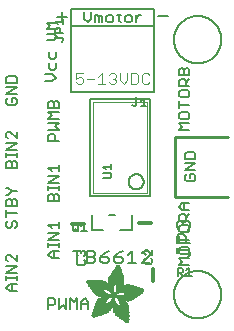
<source format=gbr>
G04 EAGLE Gerber RS-274X export*
G75*
%MOMM*%
%FSLAX34Y34*%
%LPD*%
%INSilkscreen Top*%
%IPPOS*%
%AMOC8*
5,1,8,0,0,1.08239X$1,22.5*%
G01*
%ADD10C,0.152400*%
%ADD11C,0.127000*%
%ADD12C,0.203200*%
%ADD13C,0.101600*%
%ADD14C,0.254000*%
%ADD15C,0.050800*%
%ADD16C,0.304800*%
%ADD17R,0.068600X0.007600*%
%ADD18R,0.114300X0.007600*%
%ADD19R,0.152400X0.007700*%
%ADD20R,0.182900X0.007600*%
%ADD21R,0.205700X0.007600*%
%ADD22R,0.228600X0.007600*%
%ADD23R,0.259100X0.007600*%
%ADD24R,0.274300X0.007700*%
%ADD25R,0.289500X0.007600*%
%ADD26R,0.304800X0.007600*%
%ADD27R,0.320100X0.007600*%
%ADD28R,0.342900X0.007600*%
%ADD29R,0.350500X0.007700*%
%ADD30R,0.365800X0.007600*%
%ADD31R,0.381000X0.007600*%
%ADD32R,0.388600X0.007600*%
%ADD33R,0.403800X0.007600*%
%ADD34R,0.419100X0.007700*%
%ADD35R,0.426700X0.007600*%
%ADD36R,0.441900X0.007600*%
%ADD37R,0.449600X0.007600*%
%ADD38R,0.464800X0.007600*%
%ADD39R,0.480000X0.007700*%
%ADD40R,0.487600X0.007600*%
%ADD41R,0.495300X0.007600*%
%ADD42R,0.510500X0.007600*%
%ADD43R,0.518100X0.007600*%
%ADD44R,0.525700X0.007700*%
%ADD45R,0.541000X0.007600*%
%ADD46R,0.548600X0.007600*%
%ADD47R,0.563800X0.007600*%
%ADD48R,0.571500X0.007600*%
%ADD49R,0.579100X0.007700*%
%ADD50R,0.594300X0.007600*%
%ADD51R,0.601900X0.007600*%
%ADD52R,0.609600X0.007600*%
%ADD53R,0.624800X0.007600*%
%ADD54R,0.632400X0.007700*%
%ADD55R,0.640000X0.007600*%
%ADD56R,0.655300X0.007600*%
%ADD57R,0.662900X0.007600*%
%ADD58R,0.678100X0.007600*%
%ADD59R,0.685800X0.007700*%
%ADD60R,0.693400X0.007600*%
%ADD61R,0.708600X0.007600*%
%ADD62R,0.716200X0.007600*%
%ADD63R,0.723900X0.007600*%
%ADD64R,0.739100X0.007700*%
%ADD65R,0.746700X0.007600*%
%ADD66R,0.754300X0.007600*%
%ADD67R,0.769600X0.007600*%
%ADD68R,0.777200X0.007600*%
%ADD69R,0.792400X0.007700*%
%ADD70R,0.800100X0.007600*%
%ADD71R,0.807700X0.007600*%
%ADD72R,0.822900X0.007600*%
%ADD73R,0.830500X0.007600*%
%ADD74R,0.838200X0.007700*%
%ADD75R,0.091500X0.007600*%
%ADD76R,0.853400X0.007600*%
%ADD77R,0.144700X0.007600*%
%ADD78R,0.861000X0.007600*%
%ADD79R,0.190500X0.007600*%
%ADD80R,0.876300X0.007600*%
%ADD81R,0.221000X0.007600*%
%ADD82R,0.883900X0.007600*%
%ADD83R,0.259000X0.007700*%
%ADD84R,0.891500X0.007700*%
%ADD85R,0.289600X0.007600*%
%ADD86R,0.906700X0.007600*%
%ADD87R,0.914400X0.007600*%
%ADD88R,0.350500X0.007600*%
%ADD89R,0.922000X0.007600*%
%ADD90R,0.937200X0.007600*%
%ADD91R,0.411400X0.007700*%
%ADD92R,0.944800X0.007700*%
%ADD93R,0.434300X0.007600*%
%ADD94R,0.952500X0.007600*%
%ADD95R,0.464900X0.007600*%
%ADD96R,0.967700X0.007600*%
%ADD97R,0.975300X0.007600*%
%ADD98R,0.518200X0.007600*%
%ADD99R,0.990600X0.007600*%
%ADD100R,0.548600X0.007700*%
%ADD101R,0.998200X0.007700*%
%ADD102R,1.005800X0.007600*%
%ADD103R,0.594400X0.007600*%
%ADD104R,1.021000X0.007600*%
%ADD105R,0.617200X0.007600*%
%ADD106R,1.028700X0.007600*%
%ADD107R,0.647700X0.007600*%
%ADD108R,1.036300X0.007600*%
%ADD109R,0.670500X0.007700*%
%ADD110R,1.051500X0.007700*%
%ADD111R,1.059100X0.007600*%
%ADD112R,0.716300X0.007600*%
%ADD113R,1.066800X0.007600*%
%ADD114R,0.739100X0.007600*%
%ADD115R,1.074400X0.007600*%
%ADD116R,0.762000X0.007600*%
%ADD117R,1.089600X0.007600*%
%ADD118R,0.784800X0.007700*%
%ADD119R,1.097200X0.007700*%
%ADD120R,1.104900X0.007600*%
%ADD121R,0.830600X0.007600*%
%ADD122R,1.112500X0.007600*%
%ADD123R,0.845800X0.007600*%
%ADD124R,1.120100X0.007600*%
%ADD125R,0.868700X0.007600*%
%ADD126R,1.127700X0.007600*%
%ADD127R,1.135300X0.007700*%
%ADD128R,1.143000X0.007600*%
%ADD129R,0.944900X0.007600*%
%ADD130R,1.150600X0.007600*%
%ADD131R,0.960100X0.007600*%
%ADD132R,1.158200X0.007600*%
%ADD133R,0.983000X0.007600*%
%ADD134R,1.165800X0.007600*%
%ADD135R,1.005900X0.007700*%
%ADD136R,1.173400X0.007700*%
%ADD137R,1.021100X0.007600*%
%ADD138R,1.181100X0.007600*%
%ADD139R,1.044000X0.007600*%
%ADD140R,1.188700X0.007600*%
%ADD141R,1.196300X0.007600*%
%ADD142R,1.082000X0.007600*%
%ADD143R,1.203900X0.007600*%
%ADD144R,1.104900X0.007700*%
%ADD145R,1.211500X0.007700*%
%ADD146R,1.211500X0.007600*%
%ADD147R,1.219200X0.007600*%
%ADD148R,1.226800X0.007600*%
%ADD149R,1.234400X0.007600*%
%ADD150R,1.188700X0.007700*%
%ADD151R,1.242000X0.007700*%
%ADD152R,1.242000X0.007600*%
%ADD153R,1.211600X0.007600*%
%ADD154R,1.249600X0.007600*%
%ADD155R,1.257300X0.007600*%
%ADD156R,1.264900X0.007600*%
%ADD157R,1.242100X0.007700*%
%ADD158R,1.264900X0.007700*%
%ADD159R,1.272500X0.007600*%
%ADD160R,1.265000X0.007600*%
%ADD161R,1.280100X0.007600*%
%ADD162R,1.272600X0.007600*%
%ADD163R,1.287700X0.007600*%
%ADD164R,1.287800X0.007600*%
%ADD165R,1.295400X0.007700*%
%ADD166R,1.303000X0.007600*%
%ADD167R,1.318200X0.007600*%
%ADD168R,1.310600X0.007600*%
%ADD169R,1.325900X0.007600*%
%ADD170R,1.341100X0.007700*%
%ADD171R,1.318200X0.007700*%
%ADD172R,1.341100X0.007600*%
%ADD173R,1.325800X0.007600*%
%ADD174R,1.348700X0.007600*%
%ADD175R,1.364000X0.007600*%
%ADD176R,1.333500X0.007600*%
%ADD177R,1.371600X0.007700*%
%ADD178R,1.379200X0.007600*%
%ADD179R,1.379300X0.007600*%
%ADD180R,1.386900X0.007600*%
%ADD181R,1.394500X0.007600*%
%ADD182R,1.356300X0.007600*%
%ADD183R,1.394400X0.007700*%
%ADD184R,1.356300X0.007700*%
%ADD185R,1.402000X0.007600*%
%ADD186R,1.409700X0.007600*%
%ADD187R,1.363900X0.007600*%
%ADD188R,1.417300X0.007600*%
%ADD189R,1.371600X0.007600*%
%ADD190R,1.424900X0.007700*%
%ADD191R,1.424900X0.007600*%
%ADD192R,1.432600X0.007600*%
%ADD193R,1.440200X0.007600*%
%ADD194R,1.386800X0.007600*%
%ADD195R,1.447800X0.007700*%
%ADD196R,1.386800X0.007700*%
%ADD197R,1.447800X0.007600*%
%ADD198R,1.455500X0.007600*%
%ADD199R,1.394400X0.007600*%
%ADD200R,1.463100X0.007600*%
%ADD201R,1.455400X0.007700*%
%ADD202R,1.463000X0.007600*%
%ADD203R,1.470600X0.007600*%
%ADD204R,1.470600X0.007700*%
%ADD205R,1.409700X0.007700*%
%ADD206R,1.470700X0.007600*%
%ADD207R,1.402100X0.007600*%
%ADD208R,1.478300X0.007600*%
%ADD209R,1.478300X0.007700*%
%ADD210R,1.402100X0.007700*%
%ADD211R,1.485900X0.007600*%
%ADD212R,1.485900X0.007700*%
%ADD213R,1.493500X0.007700*%
%ADD214R,1.493500X0.007600*%
%ADD215R,1.394500X0.007700*%
%ADD216R,1.493600X0.007700*%
%ADD217R,1.386900X0.007700*%
%ADD218R,1.379200X0.007700*%
%ADD219R,2.857500X0.007700*%
%ADD220R,2.857500X0.007600*%
%ADD221R,2.849900X0.007600*%
%ADD222R,2.842300X0.007600*%
%ADD223R,2.834700X0.007700*%
%ADD224R,2.827000X0.007600*%
%ADD225R,2.819400X0.007600*%
%ADD226R,2.811800X0.007600*%
%ADD227R,2.811800X0.007700*%
%ADD228R,2.804100X0.007600*%
%ADD229R,2.796500X0.007600*%
%ADD230R,1.966000X0.007600*%
%ADD231R,1.943100X0.007600*%
%ADD232R,0.754400X0.007600*%
%ADD233R,1.927900X0.007700*%
%ADD234R,0.746700X0.007700*%
%ADD235R,1.912600X0.007600*%
%ADD236R,0.731500X0.007600*%
%ADD237R,1.905000X0.007600*%
%ADD238R,1.882200X0.007600*%
%ADD239R,1.874600X0.007600*%
%ADD240R,1.866900X0.007700*%
%ADD241R,0.708700X0.007700*%
%ADD242R,1.851600X0.007600*%
%ADD243R,0.701100X0.007600*%
%ADD244R,1.844000X0.007600*%
%ADD245R,1.836400X0.007600*%
%ADD246R,1.821200X0.007600*%
%ADD247R,0.685800X0.007600*%
%ADD248R,1.813500X0.007700*%
%ADD249R,1.805900X0.007600*%
%ADD250R,0.678200X0.007600*%
%ADD251R,1.790700X0.007600*%
%ADD252R,0.670600X0.007600*%
%ADD253R,1.775500X0.007600*%
%ADD254R,1.767900X0.007700*%
%ADD255R,0.663000X0.007700*%
%ADD256R,1.760200X0.007600*%
%ADD257R,1.752600X0.007600*%
%ADD258R,0.937300X0.007600*%
%ADD259R,0.792500X0.007600*%
%ADD260R,0.899100X0.007600*%
%ADD261R,0.883900X0.007700*%
%ADD262R,0.716300X0.007700*%
%ADD263R,0.647700X0.007700*%
%ADD264R,0.640100X0.007600*%
%ADD265R,0.632500X0.007600*%
%ADD266R,0.655400X0.007600*%
%ADD267R,0.632400X0.007600*%
%ADD268R,0.845800X0.007700*%
%ADD269R,0.617200X0.007700*%
%ADD270R,0.624800X0.007700*%
%ADD271R,0.602000X0.007600*%
%ADD272R,0.838200X0.007600*%
%ADD273R,0.586700X0.007600*%
%ADD274R,0.548700X0.007600*%
%ADD275R,0.830500X0.007700*%
%ADD276R,0.541000X0.007700*%
%ADD277R,0.594300X0.007700*%
%ADD278R,0.525800X0.007600*%
%ADD279R,0.586800X0.007600*%
%ADD280R,0.815300X0.007600*%
%ADD281R,0.579200X0.007600*%
%ADD282R,0.815400X0.007600*%
%ADD283R,0.815400X0.007700*%
%ADD284R,0.571500X0.007700*%
%ADD285R,0.807800X0.007600*%
%ADD286R,0.563900X0.007600*%
%ADD287R,0.457200X0.007600*%
%ADD288R,0.442000X0.007600*%
%ADD289R,0.556300X0.007600*%
%ADD290R,0.807700X0.007700*%
%ADD291R,0.411500X0.007600*%
%ADD292R,0.533400X0.007600*%
%ADD293R,0.076200X0.007600*%
%ADD294R,0.403900X0.007600*%
%ADD295R,0.525700X0.007600*%
%ADD296R,0.388700X0.007600*%
%ADD297R,0.297200X0.007600*%
%ADD298R,0.373400X0.007700*%
%ADD299R,0.503000X0.007700*%
%ADD300R,0.426800X0.007700*%
%ADD301R,0.358100X0.007600*%
%ADD302R,0.502900X0.007600*%
%ADD303R,0.472400X0.007600*%
%ADD304R,0.487700X0.007600*%
%ADD305R,0.335300X0.007600*%
%ADD306R,0.792500X0.007700*%
%ADD307R,0.327600X0.007700*%
%ADD308R,0.472400X0.007700*%
%ADD309R,0.640000X0.007700*%
%ADD310R,0.784800X0.007600*%
%ADD311R,0.320000X0.007600*%
%ADD312R,0.792400X0.007600*%
%ADD313R,1.173400X0.007600*%
%ADD314R,1.196400X0.007600*%
%ADD315R,0.784900X0.007600*%
%ADD316R,0.784900X0.007700*%
%ADD317R,0.297200X0.007700*%
%ADD318R,1.249700X0.007600*%
%ADD319R,0.281900X0.007600*%
%ADD320R,1.295400X0.007600*%
%ADD321R,0.266700X0.007600*%
%ADD322R,0.777300X0.007700*%
%ADD323R,0.266700X0.007700*%
%ADD324R,1.333500X0.007700*%
%ADD325R,0.777300X0.007600*%
%ADD326R,1.348800X0.007600*%
%ADD327R,0.251500X0.007600*%
%ADD328R,0.243900X0.007700*%
%ADD329R,0.243900X0.007600*%
%ADD330R,1.440100X0.007600*%
%ADD331R,0.236200X0.007600*%
%ADD332R,0.762000X0.007700*%
%ADD333R,0.236200X0.007700*%
%ADD334R,1.508700X0.007700*%
%ADD335R,1.531600X0.007600*%
%ADD336R,1.546900X0.007600*%
%ADD337R,1.569700X0.007600*%
%ADD338R,1.585000X0.007600*%
%ADD339R,0.746800X0.007700*%
%ADD340R,1.607800X0.007700*%
%ADD341R,0.243800X0.007600*%
%ADD342R,1.630700X0.007600*%
%ADD343R,1.653500X0.007600*%
%ADD344R,0.739200X0.007600*%
%ADD345R,1.684000X0.007600*%
%ADD346R,2.019300X0.007600*%
%ADD347R,0.731500X0.007700*%
%ADD348R,2.026900X0.007700*%
%ADD349R,2.049800X0.007600*%
%ADD350R,2.057400X0.007600*%
%ADD351R,0.708700X0.007600*%
%ADD352R,2.072600X0.007600*%
%ADD353R,0.701000X0.007600*%
%ADD354R,2.095500X0.007600*%
%ADD355R,0.693500X0.007700*%
%ADD356R,2.110800X0.007700*%
%ADD357R,2.141200X0.007600*%
%ADD358R,0.060900X0.007600*%
%ADD359R,2.872700X0.007600*%
%ADD360R,3.124200X0.007600*%
%ADD361R,3.177600X0.007600*%
%ADD362R,3.215600X0.007700*%
%ADD363R,3.253700X0.007600*%
%ADD364R,3.284300X0.007600*%
%ADD365R,3.314700X0.007600*%
%ADD366R,3.352800X0.007600*%
%ADD367R,3.375600X0.007700*%
%ADD368R,3.406200X0.007600*%
%ADD369R,3.429000X0.007600*%
%ADD370R,3.451800X0.007600*%
%ADD371R,3.482400X0.007600*%
%ADD372R,1.828800X0.007700*%
%ADD373R,1.539300X0.007700*%
%ADD374R,1.767900X0.007600*%
%ADD375R,1.767800X0.007600*%
%ADD376R,1.760200X0.007700*%
%ADD377R,1.760300X0.007600*%
%ADD378R,1.775400X0.007700*%
%ADD379R,1.379300X0.007700*%
%ADD380R,1.783000X0.007600*%
%ADD381R,1.813500X0.007600*%
%ADD382R,1.821100X0.007700*%
%ADD383R,0.503000X0.007600*%
%ADD384R,1.135400X0.007600*%
%ADD385R,1.127700X0.007700*%
%ADD386R,0.487700X0.007700*%
%ADD387R,1.120200X0.007600*%
%ADD388R,1.097300X0.007600*%
%ADD389R,0.510600X0.007600*%
%ADD390R,1.074400X0.007700*%
%ADD391R,0.525800X0.007700*%
%ADD392R,1.440200X0.007700*%
%ADD393R,1.059200X0.007600*%
%ADD394R,1.051600X0.007600*%
%ADD395R,1.051500X0.007600*%
%ADD396R,1.043900X0.007700*%
%ADD397R,0.602000X0.007700*%
%ADD398R,1.524000X0.007600*%
%ADD399R,1.539300X0.007600*%
%ADD400R,1.592600X0.007600*%
%ADD401R,1.021100X0.007700*%
%ADD402R,1.615400X0.007700*%
%ADD403R,1.013400X0.007600*%
%ADD404R,1.653600X0.007600*%
%ADD405R,1.013500X0.007600*%
%ADD406R,1.699300X0.007600*%
%ADD407R,2.743200X0.007600*%
%ADD408R,1.005900X0.007600*%
%ADD409R,2.415500X0.007600*%
%ADD410R,1.005800X0.007700*%
%ADD411R,0.281900X0.007700*%
%ADD412R,2.408000X0.007700*%
%ADD413R,2.407900X0.007600*%
%ADD414R,0.998200X0.007600*%
%ADD415R,0.282000X0.007600*%
%ADD416R,0.998300X0.007600*%
%ADD417R,2.400300X0.007600*%
%ADD418R,0.289500X0.007700*%
%ADD419R,2.400300X0.007700*%
%ADD420R,0.297100X0.007600*%
%ADD421R,0.312400X0.007600*%
%ADD422R,2.392700X0.007600*%
%ADD423R,0.990600X0.007700*%
%ADD424R,0.327700X0.007700*%
%ADD425R,2.392700X0.007700*%
%ADD426R,2.385100X0.007600*%
%ADD427R,0.381000X0.007700*%
%ADD428R,2.377400X0.007700*%
%ADD429R,2.377400X0.007600*%
%ADD430R,2.369800X0.007600*%
%ADD431R,0.419100X0.007600*%
%ADD432R,2.362200X0.007600*%
%ADD433R,0.426800X0.007600*%
%ADD434R,1.036300X0.007700*%
%ADD435R,0.442000X0.007700*%
%ADD436R,2.354600X0.007700*%
%ADD437R,2.354600X0.007600*%
%ADD438R,0.480100X0.007600*%
%ADD439R,2.347000X0.007600*%
%ADD440R,1.074500X0.007600*%
%ADD441R,2.339400X0.007600*%
%ADD442R,1.082100X0.007700*%
%ADD443R,0.548700X0.007700*%
%ADD444R,2.331800X0.007700*%
%ADD445R,2.331800X0.007600*%
%ADD446R,0.624900X0.007600*%
%ADD447R,2.324100X0.007600*%
%ADD448R,1.859300X0.007600*%
%ADD449R,2.308800X0.007600*%
%ADD450R,2.301200X0.007700*%
%ADD451R,2.301200X0.007600*%
%ADD452R,2.293600X0.007600*%
%ADD453R,2.278400X0.007600*%
%ADD454R,1.889800X0.007600*%
%ADD455R,2.270700X0.007600*%
%ADD456R,1.897400X0.007700*%
%ADD457R,2.255500X0.007700*%
%ADD458R,1.897400X0.007600*%
%ADD459R,2.247900X0.007600*%
%ADD460R,2.232600X0.007600*%
%ADD461R,1.912700X0.007600*%
%ADD462R,2.209800X0.007600*%
%ADD463R,1.920300X0.007600*%
%ADD464R,2.186900X0.007600*%
%ADD465R,1.920300X0.007700*%
%ADD466R,2.171700X0.007700*%
%ADD467R,1.935500X0.007600*%
%ADD468R,2.148800X0.007600*%
%ADD469R,2.126000X0.007600*%
%ADD470R,1.950700X0.007600*%
%ADD471R,1.958400X0.007700*%
%ADD472R,2.042200X0.007700*%
%ADD473R,1.973600X0.007600*%
%ADD474R,1.996500X0.007600*%
%ADD475R,1.981200X0.007600*%
%ADD476R,1.988800X0.007600*%
%ADD477R,1.996400X0.007700*%
%ADD478R,1.996400X0.007600*%
%ADD479R,2.004100X0.007600*%
%ADD480R,1.874500X0.007600*%
%ADD481R,1.425000X0.007600*%
%ADD482R,2.026900X0.007600*%
%ADD483R,0.434400X0.007700*%
%ADD484R,1.364000X0.007700*%
%ADD485R,2.034500X0.007600*%
%ADD486R,0.434400X0.007600*%
%ADD487R,2.049700X0.007600*%
%ADD488R,2.065000X0.007700*%
%ADD489R,0.464800X0.007700*%
%ADD490R,1.196300X0.007700*%
%ADD491R,2.080300X0.007600*%
%ADD492R,1.158300X0.007600*%
%ADD493R,2.087900X0.007600*%
%ADD494R,0.472500X0.007600*%
%ADD495R,2.103100X0.007600*%
%ADD496R,2.118400X0.007600*%
%ADD497R,2.133600X0.007600*%
%ADD498R,2.148800X0.007700*%
%ADD499R,2.164000X0.007600*%
%ADD500R,2.171700X0.007600*%
%ADD501R,2.187000X0.007600*%
%ADD502R,0.556200X0.007600*%
%ADD503R,2.202200X0.007700*%
%ADD504R,0.556200X0.007700*%
%ADD505R,0.640100X0.007700*%
%ADD506R,0.579100X0.007600*%
%ADD507R,0.480000X0.007600*%
%ADD508R,1.752600X0.007700*%
%ADD509R,0.487600X0.007700*%
%ADD510R,0.594400X0.007700*%
%ADD511R,0.358100X0.007700*%
%ADD512R,0.099000X0.007600*%
%ADD513R,1.280200X0.007600*%
%ADD514R,1.745000X0.007600*%
%ADD515R,1.744900X0.007600*%
%ADD516R,1.737300X0.007700*%
%ADD517R,1.737400X0.007600*%
%ADD518R,1.729800X0.007600*%
%ADD519R,1.722200X0.007600*%
%ADD520R,1.722100X0.007600*%
%ADD521R,1.714500X0.007700*%
%ADD522R,1.356400X0.007700*%
%ADD523R,1.706900X0.007600*%
%ADD524R,1.356400X0.007600*%
%ADD525R,1.691700X0.007600*%
%ADD526R,1.668800X0.007700*%
%ADD527R,1.645900X0.007600*%
%ADD528R,1.623100X0.007600*%
%ADD529R,1.577400X0.007600*%
%ADD530R,1.554400X0.007600*%
%ADD531R,1.539200X0.007600*%
%ADD532R,1.524000X0.007700*%
%ADD533R,1.501100X0.007600*%
%ADD534R,1.455400X0.007600*%
%ADD535R,1.348800X0.007700*%
%ADD536R,1.318300X0.007600*%
%ADD537R,1.310600X0.007700*%
%ADD538R,1.287800X0.007700*%
%ADD539R,1.234500X0.007600*%
%ADD540R,1.226900X0.007600*%
%ADD541R,1.173500X0.007700*%
%ADD542R,1.173500X0.007600*%
%ADD543R,1.165900X0.007600*%
%ADD544R,1.143000X0.007700*%
%ADD545R,1.127800X0.007600*%
%ADD546R,1.097200X0.007600*%
%ADD547R,1.028700X0.007700*%
%ADD548R,0.982900X0.007600*%
%ADD549R,0.952500X0.007700*%
%ADD550R,0.929600X0.007600*%
%ADD551R,0.906800X0.007700*%
%ADD552R,0.906800X0.007600*%
%ADD553R,0.899200X0.007600*%
%ADD554R,0.884000X0.007600*%
%ADD555R,0.876300X0.007700*%
%ADD556R,0.830600X0.007700*%
%ADD557R,0.754400X0.007700*%
%ADD558R,0.746800X0.007600*%
%ADD559R,0.708600X0.007700*%
%ADD560R,0.678200X0.007700*%
%ADD561R,0.663000X0.007600*%
%ADD562R,0.632500X0.007700*%
%ADD563R,0.556300X0.007700*%
%ADD564R,0.518200X0.007700*%
%ADD565R,0.434300X0.007700*%
%ADD566R,0.396300X0.007700*%
%ADD567R,0.373300X0.007600*%
%ADD568R,0.365700X0.007600*%
%ADD569R,0.327700X0.007600*%
%ADD570R,0.304800X0.007700*%
%ADD571R,0.274300X0.007600*%
%ADD572R,0.243800X0.007700*%
%ADD573R,0.205800X0.007600*%
%ADD574R,0.152400X0.007600*%
%ADD575R,0.121900X0.007700*%


D10*
X36315Y206262D02*
X42077Y206262D01*
X44958Y209143D01*
X42077Y212024D01*
X36315Y212024D01*
X39196Y217058D02*
X39196Y221379D01*
X39196Y217058D02*
X40636Y215617D01*
X43517Y215617D01*
X44958Y217058D01*
X44958Y221379D01*
X39196Y226413D02*
X39196Y230735D01*
X39196Y226413D02*
X40636Y224972D01*
X43517Y224972D01*
X44958Y226413D01*
X44958Y230735D01*
X4735Y191704D02*
X3295Y190264D01*
X3295Y187383D01*
X4735Y185942D01*
X10497Y185942D01*
X11938Y187383D01*
X11938Y190264D01*
X10497Y191704D01*
X7616Y191704D01*
X7616Y188823D01*
X3295Y195297D02*
X11938Y195297D01*
X11938Y201059D02*
X3295Y195297D01*
X3295Y201059D02*
X11938Y201059D01*
X11938Y204652D02*
X3295Y204652D01*
X11938Y204652D02*
X11938Y208974D01*
X10497Y210415D01*
X4735Y210415D01*
X3295Y208974D01*
X3295Y204652D01*
X38855Y155462D02*
X47498Y155462D01*
X38855Y155462D02*
X38855Y159784D01*
X40295Y161224D01*
X43176Y161224D01*
X44617Y159784D01*
X44617Y155462D01*
X47498Y164817D02*
X38855Y164817D01*
X44617Y167698D02*
X47498Y164817D01*
X44617Y167698D02*
X47498Y170579D01*
X38855Y170579D01*
X38855Y174172D02*
X47498Y174172D01*
X41736Y177054D02*
X38855Y174172D01*
X41736Y177054D02*
X38855Y179935D01*
X47498Y179935D01*
X47498Y183528D02*
X38855Y183528D01*
X38855Y187849D01*
X40295Y189290D01*
X41736Y189290D01*
X43176Y187849D01*
X44617Y189290D01*
X46057Y189290D01*
X47498Y187849D01*
X47498Y183528D01*
X43176Y183528D02*
X43176Y187849D01*
X11938Y132602D02*
X3295Y132602D01*
X3295Y136924D01*
X4735Y138364D01*
X6176Y138364D01*
X7616Y136924D01*
X9057Y138364D01*
X10497Y138364D01*
X11938Y136924D01*
X11938Y132602D01*
X7616Y132602D02*
X7616Y136924D01*
X11938Y141957D02*
X11938Y144838D01*
X11938Y143398D02*
X3295Y143398D01*
X3295Y144838D02*
X3295Y141957D01*
X3295Y148194D02*
X11938Y148194D01*
X11938Y153956D02*
X3295Y148194D01*
X3295Y153956D02*
X11938Y153956D01*
X11938Y157549D02*
X11938Y163311D01*
X11938Y157549D02*
X6176Y163311D01*
X4735Y163311D01*
X3295Y161871D01*
X3295Y158990D01*
X4735Y157549D01*
X38855Y104662D02*
X47498Y104662D01*
X38855Y104662D02*
X38855Y108984D01*
X40295Y110424D01*
X41736Y110424D01*
X43176Y108984D01*
X44617Y110424D01*
X46057Y110424D01*
X47498Y108984D01*
X47498Y104662D01*
X43176Y104662D02*
X43176Y108984D01*
X47498Y114017D02*
X47498Y116898D01*
X47498Y115458D02*
X38855Y115458D01*
X38855Y116898D02*
X38855Y114017D01*
X38855Y120254D02*
X47498Y120254D01*
X47498Y126016D02*
X38855Y120254D01*
X38855Y126016D02*
X47498Y126016D01*
X41736Y129609D02*
X38855Y132490D01*
X47498Y132490D01*
X47498Y129609D02*
X47498Y135371D01*
X4735Y87564D02*
X3295Y86124D01*
X3295Y83243D01*
X4735Y81802D01*
X6176Y81802D01*
X7616Y83243D01*
X7616Y86124D01*
X9057Y87564D01*
X10497Y87564D01*
X11938Y86124D01*
X11938Y83243D01*
X10497Y81802D01*
X11938Y94038D02*
X3295Y94038D01*
X3295Y91157D02*
X3295Y96919D01*
X3295Y100512D02*
X11938Y100512D01*
X3295Y100512D02*
X3295Y104834D01*
X4735Y106275D01*
X6176Y106275D01*
X7616Y104834D01*
X9057Y106275D01*
X10497Y106275D01*
X11938Y104834D01*
X11938Y100512D01*
X7616Y100512D02*
X7616Y104834D01*
X4735Y109868D02*
X3295Y109868D01*
X4735Y109868D02*
X7616Y112749D01*
X4735Y115630D01*
X3295Y115630D01*
X7616Y112749D02*
X11938Y112749D01*
X41736Y56402D02*
X47498Y56402D01*
X41736Y56402D02*
X38855Y59283D01*
X41736Y62164D01*
X47498Y62164D01*
X43176Y62164D02*
X43176Y56402D01*
X47498Y65757D02*
X47498Y68638D01*
X47498Y67198D02*
X38855Y67198D01*
X38855Y68638D02*
X38855Y65757D01*
X38855Y71994D02*
X47498Y71994D01*
X47498Y77756D02*
X38855Y71994D01*
X38855Y77756D02*
X47498Y77756D01*
X41736Y81349D02*
X38855Y84230D01*
X47498Y84230D01*
X47498Y81349D02*
X47498Y87111D01*
X11938Y28462D02*
X6176Y28462D01*
X3295Y31343D01*
X6176Y34224D01*
X11938Y34224D01*
X7616Y34224D02*
X7616Y28462D01*
X11938Y37817D02*
X11938Y40698D01*
X11938Y39258D02*
X3295Y39258D01*
X3295Y40698D02*
X3295Y37817D01*
X3295Y44054D02*
X11938Y44054D01*
X11938Y49816D02*
X3295Y44054D01*
X3295Y49816D02*
X11938Y49816D01*
X11938Y53409D02*
X11938Y59171D01*
X11938Y53409D02*
X6176Y59171D01*
X4735Y59171D01*
X3295Y57731D01*
X3295Y54850D01*
X4735Y53409D01*
X38702Y22105D02*
X38702Y13462D01*
X38702Y22105D02*
X43024Y22105D01*
X44464Y20665D01*
X44464Y17784D01*
X43024Y16343D01*
X38702Y16343D01*
X48057Y13462D02*
X48057Y22105D01*
X50938Y16343D02*
X48057Y13462D01*
X50938Y16343D02*
X53819Y13462D01*
X53819Y22105D01*
X57412Y22105D02*
X57412Y13462D01*
X60294Y19224D02*
X57412Y22105D01*
X60294Y19224D02*
X63175Y22105D01*
X63175Y13462D01*
X66768Y13462D02*
X66768Y19224D01*
X69649Y22105D01*
X72530Y19224D01*
X72530Y13462D01*
X72530Y17784D02*
X66768Y17784D01*
D11*
X149217Y50085D02*
X158115Y50085D01*
X152183Y53051D02*
X149217Y50085D01*
X152183Y53051D02*
X149217Y56017D01*
X158115Y56017D01*
X149217Y60923D02*
X149217Y63889D01*
X149217Y60923D02*
X150700Y59440D01*
X156632Y59440D01*
X158115Y60923D01*
X158115Y63889D01*
X156632Y65372D01*
X150700Y65372D01*
X149217Y63889D01*
X149217Y71761D02*
X158115Y71761D01*
X149217Y68795D02*
X149217Y74727D01*
X149217Y79633D02*
X149217Y82599D01*
X149217Y79633D02*
X150700Y78151D01*
X156632Y78151D01*
X158115Y79633D01*
X158115Y82599D01*
X156632Y84082D01*
X150700Y84082D01*
X149217Y82599D01*
X149217Y87506D02*
X158115Y87506D01*
X149217Y87506D02*
X149217Y91955D01*
X150700Y93437D01*
X153666Y93437D01*
X155149Y91955D01*
X155149Y87506D01*
X155149Y90472D02*
X158115Y93437D01*
X158115Y96861D02*
X152183Y96861D01*
X149217Y99827D01*
X152183Y102793D01*
X158115Y102793D01*
X153666Y102793D02*
X153666Y96861D01*
X158115Y164385D02*
X149217Y164385D01*
X152183Y167351D01*
X149217Y170317D01*
X158115Y170317D01*
X149217Y175223D02*
X149217Y178189D01*
X149217Y175223D02*
X150700Y173740D01*
X156632Y173740D01*
X158115Y175223D01*
X158115Y178189D01*
X156632Y179672D01*
X150700Y179672D01*
X149217Y178189D01*
X149217Y186061D02*
X158115Y186061D01*
X149217Y183095D02*
X149217Y189027D01*
X149217Y193933D02*
X149217Y196899D01*
X149217Y193933D02*
X150700Y192451D01*
X156632Y192451D01*
X158115Y193933D01*
X158115Y196899D01*
X156632Y198382D01*
X150700Y198382D01*
X149217Y196899D01*
X149217Y201806D02*
X158115Y201806D01*
X149217Y201806D02*
X149217Y206255D01*
X150700Y207737D01*
X153666Y207737D01*
X155149Y206255D01*
X155149Y201806D01*
X155149Y204772D02*
X158115Y207737D01*
X158115Y211161D02*
X149217Y211161D01*
X149217Y215610D01*
X150700Y217093D01*
X152183Y217093D01*
X153666Y215610D01*
X155149Y217093D01*
X156632Y217093D01*
X158115Y215610D01*
X158115Y211161D01*
X153666Y211161D02*
X153666Y215610D01*
X69135Y258871D02*
X69135Y264803D01*
X69135Y258871D02*
X72101Y255905D01*
X75067Y258871D01*
X75067Y264803D01*
X78490Y261837D02*
X78490Y255905D01*
X78490Y261837D02*
X79973Y261837D01*
X81456Y260354D01*
X81456Y255905D01*
X81456Y260354D02*
X82939Y261837D01*
X84422Y260354D01*
X84422Y255905D01*
X89328Y255905D02*
X92294Y255905D01*
X93777Y257388D01*
X93777Y260354D01*
X92294Y261837D01*
X89328Y261837D01*
X87845Y260354D01*
X87845Y257388D01*
X89328Y255905D01*
X98683Y257388D02*
X98683Y263320D01*
X98683Y257388D02*
X100166Y255905D01*
X100166Y261837D02*
X97201Y261837D01*
X104920Y255905D02*
X107886Y255905D01*
X109369Y257388D01*
X109369Y260354D01*
X107886Y261837D01*
X104920Y261837D01*
X103437Y260354D01*
X103437Y257388D01*
X104920Y255905D01*
X112793Y255905D02*
X112793Y261837D01*
X115758Y261837D02*
X112793Y258871D01*
X115758Y261837D02*
X117241Y261837D01*
D12*
X50033Y264341D02*
X50033Y256206D01*
X54100Y260273D02*
X45965Y260273D01*
X131746Y261117D02*
X139881Y261117D01*
D13*
X68109Y212780D02*
X62008Y212780D01*
X62008Y208204D01*
X65059Y209729D01*
X66584Y209729D01*
X68109Y208204D01*
X68109Y205153D01*
X66584Y203628D01*
X63533Y203628D01*
X62008Y205153D01*
X71363Y208204D02*
X77464Y208204D01*
X80718Y209729D02*
X83769Y212780D01*
X83769Y203628D01*
X80718Y203628D02*
X86820Y203628D01*
X90074Y211255D02*
X91599Y212780D01*
X94649Y212780D01*
X96175Y211255D01*
X96175Y209729D01*
X94649Y208204D01*
X93124Y208204D01*
X94649Y208204D02*
X96175Y206679D01*
X96175Y205153D01*
X94649Y203628D01*
X91599Y203628D01*
X90074Y205153D01*
X99429Y206679D02*
X99429Y212780D01*
X99429Y206679D02*
X102479Y203628D01*
X105530Y206679D01*
X105530Y212780D01*
X108784Y212780D02*
X108784Y203628D01*
X113360Y203628D01*
X114885Y205153D01*
X114885Y211255D01*
X113360Y212780D01*
X108784Y212780D01*
X122715Y212780D02*
X124240Y211255D01*
X122715Y212780D02*
X119664Y212780D01*
X118139Y211255D01*
X118139Y205153D01*
X119664Y203628D01*
X122715Y203628D01*
X124240Y205153D01*
D12*
X62995Y62493D02*
X62995Y51816D01*
X59436Y62493D02*
X66554Y62493D01*
X71130Y62493D02*
X71130Y51816D01*
X71130Y62493D02*
X76469Y62493D01*
X78248Y60714D01*
X78248Y58934D01*
X76469Y57155D01*
X78248Y55375D01*
X78248Y53596D01*
X76469Y51816D01*
X71130Y51816D01*
X71130Y57155D02*
X76469Y57155D01*
X86383Y60714D02*
X89942Y62493D01*
X86383Y60714D02*
X82824Y57155D01*
X82824Y53596D01*
X84603Y51816D01*
X88163Y51816D01*
X89942Y53596D01*
X89942Y55375D01*
X88163Y57155D01*
X82824Y57155D01*
X98077Y60714D02*
X101636Y62493D01*
X98077Y60714D02*
X94518Y57155D01*
X94518Y53596D01*
X96297Y51816D01*
X99856Y51816D01*
X101636Y53596D01*
X101636Y55375D01*
X99856Y57155D01*
X94518Y57155D01*
X106212Y58934D02*
X109771Y62493D01*
X109771Y51816D01*
X106212Y51816D02*
X113330Y51816D01*
X117906Y51816D02*
X125024Y51816D01*
X117906Y51816D02*
X125024Y58934D01*
X125024Y60714D01*
X123244Y62493D01*
X119685Y62493D01*
X117906Y60714D01*
D10*
X43347Y240552D02*
X37585Y240552D01*
X43347Y240552D02*
X46228Y243433D01*
X43347Y246314D01*
X37585Y246314D01*
X37585Y249907D02*
X46228Y249907D01*
X40466Y252788D02*
X37585Y249907D01*
X40466Y252788D02*
X37585Y255669D01*
X46228Y255669D01*
D11*
X155780Y127137D02*
X154297Y125654D01*
X154297Y122688D01*
X155780Y121205D01*
X161712Y121205D01*
X163195Y122688D01*
X163195Y125654D01*
X161712Y127137D01*
X158746Y127137D01*
X158746Y124171D01*
X163195Y130560D02*
X154297Y130560D01*
X163195Y136492D01*
X154297Y136492D01*
X154297Y139915D02*
X163195Y139915D01*
X163195Y144364D01*
X161712Y145847D01*
X155780Y145847D01*
X154297Y144364D01*
X154297Y139915D01*
D14*
X146050Y158750D02*
X190500Y158750D01*
X146050Y158750D02*
X146050Y107950D01*
X190500Y107950D01*
D12*
X124420Y108580D02*
X124420Y191140D01*
X73700Y191140D01*
X73700Y108580D01*
X124420Y108580D01*
D15*
X121920Y111120D02*
X121920Y188600D01*
X76200Y188600D01*
X76200Y111120D01*
X121920Y111120D01*
D12*
X106680Y121031D02*
X106682Y121190D01*
X106688Y121349D01*
X106698Y121507D01*
X106712Y121666D01*
X106730Y121824D01*
X106751Y121981D01*
X106777Y122138D01*
X106807Y122294D01*
X106840Y122450D01*
X106878Y122604D01*
X106919Y122758D01*
X106964Y122910D01*
X107013Y123061D01*
X107066Y123211D01*
X107122Y123360D01*
X107183Y123507D01*
X107246Y123652D01*
X107314Y123796D01*
X107385Y123939D01*
X107459Y124079D01*
X107537Y124217D01*
X107619Y124354D01*
X107704Y124488D01*
X107792Y124621D01*
X107883Y124751D01*
X107978Y124878D01*
X108076Y125003D01*
X108177Y125126D01*
X108281Y125246D01*
X108388Y125364D01*
X108498Y125479D01*
X108611Y125591D01*
X108726Y125700D01*
X108844Y125806D01*
X108965Y125910D01*
X109089Y126010D01*
X109214Y126107D01*
X109343Y126201D01*
X109473Y126291D01*
X109606Y126379D01*
X109741Y126463D01*
X109878Y126543D01*
X110017Y126621D01*
X110158Y126694D01*
X110300Y126764D01*
X110445Y126831D01*
X110591Y126894D01*
X110738Y126953D01*
X110887Y127009D01*
X111038Y127060D01*
X111189Y127108D01*
X111342Y127152D01*
X111496Y127193D01*
X111650Y127229D01*
X111806Y127262D01*
X111962Y127291D01*
X112119Y127315D01*
X112277Y127336D01*
X112435Y127353D01*
X112593Y127366D01*
X112752Y127375D01*
X112911Y127380D01*
X113070Y127381D01*
X113229Y127378D01*
X113387Y127371D01*
X113546Y127360D01*
X113704Y127345D01*
X113862Y127326D01*
X114019Y127303D01*
X114176Y127277D01*
X114332Y127246D01*
X114487Y127212D01*
X114641Y127173D01*
X114795Y127131D01*
X114947Y127085D01*
X115098Y127035D01*
X115247Y126981D01*
X115396Y126924D01*
X115542Y126863D01*
X115688Y126798D01*
X115831Y126730D01*
X115973Y126658D01*
X116113Y126582D01*
X116251Y126504D01*
X116387Y126421D01*
X116521Y126336D01*
X116652Y126247D01*
X116782Y126154D01*
X116909Y126059D01*
X117033Y125960D01*
X117156Y125858D01*
X117275Y125754D01*
X117392Y125646D01*
X117506Y125535D01*
X117617Y125422D01*
X117726Y125306D01*
X117831Y125187D01*
X117934Y125065D01*
X118033Y124941D01*
X118130Y124815D01*
X118223Y124686D01*
X118313Y124555D01*
X118399Y124421D01*
X118482Y124286D01*
X118562Y124148D01*
X118638Y124009D01*
X118711Y123868D01*
X118780Y123725D01*
X118846Y123580D01*
X118908Y123433D01*
X118966Y123286D01*
X119021Y123136D01*
X119072Y122986D01*
X119119Y122834D01*
X119162Y122681D01*
X119201Y122527D01*
X119237Y122372D01*
X119268Y122216D01*
X119296Y122060D01*
X119320Y121903D01*
X119340Y121745D01*
X119356Y121587D01*
X119368Y121428D01*
X119376Y121269D01*
X119380Y121110D01*
X119380Y120952D01*
X119376Y120793D01*
X119368Y120634D01*
X119356Y120475D01*
X119340Y120317D01*
X119320Y120159D01*
X119296Y120002D01*
X119268Y119846D01*
X119237Y119690D01*
X119201Y119535D01*
X119162Y119381D01*
X119119Y119228D01*
X119072Y119076D01*
X119021Y118926D01*
X118966Y118776D01*
X118908Y118629D01*
X118846Y118482D01*
X118780Y118337D01*
X118711Y118194D01*
X118638Y118053D01*
X118562Y117914D01*
X118482Y117776D01*
X118399Y117641D01*
X118313Y117507D01*
X118223Y117376D01*
X118130Y117247D01*
X118033Y117121D01*
X117934Y116997D01*
X117831Y116875D01*
X117726Y116756D01*
X117617Y116640D01*
X117506Y116527D01*
X117392Y116416D01*
X117275Y116308D01*
X117156Y116204D01*
X117033Y116102D01*
X116909Y116003D01*
X116782Y115908D01*
X116652Y115815D01*
X116521Y115726D01*
X116387Y115641D01*
X116251Y115558D01*
X116113Y115480D01*
X115973Y115404D01*
X115831Y115332D01*
X115688Y115264D01*
X115542Y115199D01*
X115396Y115138D01*
X115247Y115081D01*
X115098Y115027D01*
X114947Y114977D01*
X114795Y114931D01*
X114641Y114889D01*
X114487Y114850D01*
X114332Y114816D01*
X114176Y114785D01*
X114019Y114759D01*
X113862Y114736D01*
X113704Y114717D01*
X113546Y114702D01*
X113387Y114691D01*
X113229Y114684D01*
X113070Y114681D01*
X112911Y114682D01*
X112752Y114687D01*
X112593Y114696D01*
X112435Y114709D01*
X112277Y114726D01*
X112119Y114747D01*
X111962Y114771D01*
X111806Y114800D01*
X111650Y114833D01*
X111496Y114869D01*
X111342Y114910D01*
X111189Y114954D01*
X111038Y115002D01*
X110887Y115053D01*
X110738Y115109D01*
X110591Y115168D01*
X110445Y115231D01*
X110300Y115298D01*
X110158Y115368D01*
X110017Y115441D01*
X109878Y115519D01*
X109741Y115599D01*
X109606Y115683D01*
X109473Y115771D01*
X109343Y115861D01*
X109214Y115955D01*
X109089Y116052D01*
X108965Y116152D01*
X108844Y116256D01*
X108726Y116362D01*
X108611Y116471D01*
X108498Y116583D01*
X108388Y116698D01*
X108281Y116816D01*
X108177Y116936D01*
X108076Y117059D01*
X107978Y117184D01*
X107883Y117311D01*
X107792Y117441D01*
X107704Y117574D01*
X107619Y117708D01*
X107537Y117845D01*
X107459Y117983D01*
X107385Y118123D01*
X107314Y118266D01*
X107246Y118410D01*
X107183Y118555D01*
X107122Y118702D01*
X107066Y118851D01*
X107013Y119001D01*
X106964Y119152D01*
X106919Y119304D01*
X106878Y119458D01*
X106840Y119612D01*
X106807Y119768D01*
X106777Y119924D01*
X106751Y120081D01*
X106730Y120238D01*
X106712Y120396D01*
X106698Y120555D01*
X106688Y120713D01*
X106682Y120872D01*
X106680Y121031D01*
D10*
X90592Y123952D02*
X85084Y123952D01*
X90592Y123952D02*
X91694Y125054D01*
X91694Y127257D01*
X90592Y128358D01*
X85084Y128358D01*
X87288Y131436D02*
X85084Y133639D01*
X91694Y133639D01*
X91694Y131436D02*
X91694Y135843D01*
D12*
X127980Y197140D02*
X127980Y253140D01*
X127980Y267140D01*
X57980Y267140D01*
X57980Y253140D01*
X57980Y197140D01*
X127980Y197140D01*
X127980Y253140D02*
X57980Y253140D01*
D10*
X109774Y185976D02*
X110875Y184874D01*
X111977Y184874D01*
X113079Y185976D01*
X113079Y191484D01*
X114180Y191484D02*
X111977Y191484D01*
X117258Y189280D02*
X119461Y191484D01*
X119461Y184874D01*
X117258Y184874D02*
X121664Y184874D01*
D12*
X109194Y92884D02*
X109194Y79756D01*
X99606Y79756D01*
X75746Y79756D02*
X75746Y92884D01*
X75746Y79756D02*
X85334Y79756D01*
X90246Y92964D02*
X94834Y92964D01*
D10*
X59214Y84502D02*
X59214Y80096D01*
X59214Y84502D02*
X60315Y85604D01*
X62519Y85604D01*
X63620Y84502D01*
X63620Y80096D01*
X62519Y78994D01*
X60315Y78994D01*
X59214Y80096D01*
X61417Y81197D02*
X63620Y78994D01*
X66698Y83400D02*
X68901Y85604D01*
X68901Y78994D01*
X66698Y78994D02*
X71104Y78994D01*
D16*
X115570Y86120D02*
X125730Y86120D01*
D10*
X121238Y56000D02*
X120136Y54899D01*
X120136Y52695D01*
X121238Y51594D01*
X125644Y51594D01*
X126746Y52695D01*
X126746Y54899D01*
X125644Y56000D01*
X126746Y59078D02*
X126746Y63484D01*
X126746Y59078D02*
X122340Y63484D01*
X121238Y63484D01*
X120136Y62383D01*
X120136Y60179D01*
X121238Y59078D01*
D12*
X145100Y241300D02*
X145106Y241791D01*
X145124Y242281D01*
X145154Y242771D01*
X145196Y243260D01*
X145250Y243748D01*
X145316Y244235D01*
X145394Y244719D01*
X145484Y245202D01*
X145586Y245682D01*
X145699Y246160D01*
X145824Y246634D01*
X145961Y247106D01*
X146109Y247574D01*
X146269Y248038D01*
X146440Y248498D01*
X146622Y248954D01*
X146816Y249405D01*
X147020Y249851D01*
X147236Y250292D01*
X147462Y250728D01*
X147698Y251158D01*
X147945Y251582D01*
X148203Y252000D01*
X148471Y252411D01*
X148748Y252816D01*
X149036Y253214D01*
X149333Y253605D01*
X149640Y253988D01*
X149956Y254363D01*
X150281Y254731D01*
X150615Y255091D01*
X150958Y255442D01*
X151309Y255785D01*
X151669Y256119D01*
X152037Y256444D01*
X152412Y256760D01*
X152795Y257067D01*
X153186Y257364D01*
X153584Y257652D01*
X153989Y257929D01*
X154400Y258197D01*
X154818Y258455D01*
X155242Y258702D01*
X155672Y258938D01*
X156108Y259164D01*
X156549Y259380D01*
X156995Y259584D01*
X157446Y259778D01*
X157902Y259960D01*
X158362Y260131D01*
X158826Y260291D01*
X159294Y260439D01*
X159766Y260576D01*
X160240Y260701D01*
X160718Y260814D01*
X161198Y260916D01*
X161681Y261006D01*
X162165Y261084D01*
X162652Y261150D01*
X163140Y261204D01*
X163629Y261246D01*
X164119Y261276D01*
X164609Y261294D01*
X165100Y261300D01*
X165591Y261294D01*
X166081Y261276D01*
X166571Y261246D01*
X167060Y261204D01*
X167548Y261150D01*
X168035Y261084D01*
X168519Y261006D01*
X169002Y260916D01*
X169482Y260814D01*
X169960Y260701D01*
X170434Y260576D01*
X170906Y260439D01*
X171374Y260291D01*
X171838Y260131D01*
X172298Y259960D01*
X172754Y259778D01*
X173205Y259584D01*
X173651Y259380D01*
X174092Y259164D01*
X174528Y258938D01*
X174958Y258702D01*
X175382Y258455D01*
X175800Y258197D01*
X176211Y257929D01*
X176616Y257652D01*
X177014Y257364D01*
X177405Y257067D01*
X177788Y256760D01*
X178163Y256444D01*
X178531Y256119D01*
X178891Y255785D01*
X179242Y255442D01*
X179585Y255091D01*
X179919Y254731D01*
X180244Y254363D01*
X180560Y253988D01*
X180867Y253605D01*
X181164Y253214D01*
X181452Y252816D01*
X181729Y252411D01*
X181997Y252000D01*
X182255Y251582D01*
X182502Y251158D01*
X182738Y250728D01*
X182964Y250292D01*
X183180Y249851D01*
X183384Y249405D01*
X183578Y248954D01*
X183760Y248498D01*
X183931Y248038D01*
X184091Y247574D01*
X184239Y247106D01*
X184376Y246634D01*
X184501Y246160D01*
X184614Y245682D01*
X184716Y245202D01*
X184806Y244719D01*
X184884Y244235D01*
X184950Y243748D01*
X185004Y243260D01*
X185046Y242771D01*
X185076Y242281D01*
X185094Y241791D01*
X185100Y241300D01*
X185094Y240809D01*
X185076Y240319D01*
X185046Y239829D01*
X185004Y239340D01*
X184950Y238852D01*
X184884Y238365D01*
X184806Y237881D01*
X184716Y237398D01*
X184614Y236918D01*
X184501Y236440D01*
X184376Y235966D01*
X184239Y235494D01*
X184091Y235026D01*
X183931Y234562D01*
X183760Y234102D01*
X183578Y233646D01*
X183384Y233195D01*
X183180Y232749D01*
X182964Y232308D01*
X182738Y231872D01*
X182502Y231442D01*
X182255Y231018D01*
X181997Y230600D01*
X181729Y230189D01*
X181452Y229784D01*
X181164Y229386D01*
X180867Y228995D01*
X180560Y228612D01*
X180244Y228237D01*
X179919Y227869D01*
X179585Y227509D01*
X179242Y227158D01*
X178891Y226815D01*
X178531Y226481D01*
X178163Y226156D01*
X177788Y225840D01*
X177405Y225533D01*
X177014Y225236D01*
X176616Y224948D01*
X176211Y224671D01*
X175800Y224403D01*
X175382Y224145D01*
X174958Y223898D01*
X174528Y223662D01*
X174092Y223436D01*
X173651Y223220D01*
X173205Y223016D01*
X172754Y222822D01*
X172298Y222640D01*
X171838Y222469D01*
X171374Y222309D01*
X170906Y222161D01*
X170434Y222024D01*
X169960Y221899D01*
X169482Y221786D01*
X169002Y221684D01*
X168519Y221594D01*
X168035Y221516D01*
X167548Y221450D01*
X167060Y221396D01*
X166571Y221354D01*
X166081Y221324D01*
X165591Y221306D01*
X165100Y221300D01*
X164609Y221306D01*
X164119Y221324D01*
X163629Y221354D01*
X163140Y221396D01*
X162652Y221450D01*
X162165Y221516D01*
X161681Y221594D01*
X161198Y221684D01*
X160718Y221786D01*
X160240Y221899D01*
X159766Y222024D01*
X159294Y222161D01*
X158826Y222309D01*
X158362Y222469D01*
X157902Y222640D01*
X157446Y222822D01*
X156995Y223016D01*
X156549Y223220D01*
X156108Y223436D01*
X155672Y223662D01*
X155242Y223898D01*
X154818Y224145D01*
X154400Y224403D01*
X153989Y224671D01*
X153584Y224948D01*
X153186Y225236D01*
X152795Y225533D01*
X152412Y225840D01*
X152037Y226156D01*
X151669Y226481D01*
X151309Y226815D01*
X150958Y227158D01*
X150615Y227509D01*
X150281Y227869D01*
X149956Y228237D01*
X149640Y228612D01*
X149333Y228995D01*
X149036Y229386D01*
X148748Y229784D01*
X148471Y230189D01*
X148203Y230600D01*
X147945Y231018D01*
X147698Y231442D01*
X147462Y231872D01*
X147236Y232308D01*
X147020Y232749D01*
X146816Y233195D01*
X146622Y233646D01*
X146440Y234102D01*
X146269Y234562D01*
X146109Y235026D01*
X145961Y235494D01*
X145824Y235966D01*
X145699Y236440D01*
X145586Y236918D01*
X145484Y237398D01*
X145394Y237881D01*
X145316Y238365D01*
X145250Y238852D01*
X145196Y239340D01*
X145154Y239829D01*
X145124Y240319D01*
X145106Y240809D01*
X145100Y241300D01*
X145100Y25400D02*
X145106Y25891D01*
X145124Y26381D01*
X145154Y26871D01*
X145196Y27360D01*
X145250Y27848D01*
X145316Y28335D01*
X145394Y28819D01*
X145484Y29302D01*
X145586Y29782D01*
X145699Y30260D01*
X145824Y30734D01*
X145961Y31206D01*
X146109Y31674D01*
X146269Y32138D01*
X146440Y32598D01*
X146622Y33054D01*
X146816Y33505D01*
X147020Y33951D01*
X147236Y34392D01*
X147462Y34828D01*
X147698Y35258D01*
X147945Y35682D01*
X148203Y36100D01*
X148471Y36511D01*
X148748Y36916D01*
X149036Y37314D01*
X149333Y37705D01*
X149640Y38088D01*
X149956Y38463D01*
X150281Y38831D01*
X150615Y39191D01*
X150958Y39542D01*
X151309Y39885D01*
X151669Y40219D01*
X152037Y40544D01*
X152412Y40860D01*
X152795Y41167D01*
X153186Y41464D01*
X153584Y41752D01*
X153989Y42029D01*
X154400Y42297D01*
X154818Y42555D01*
X155242Y42802D01*
X155672Y43038D01*
X156108Y43264D01*
X156549Y43480D01*
X156995Y43684D01*
X157446Y43878D01*
X157902Y44060D01*
X158362Y44231D01*
X158826Y44391D01*
X159294Y44539D01*
X159766Y44676D01*
X160240Y44801D01*
X160718Y44914D01*
X161198Y45016D01*
X161681Y45106D01*
X162165Y45184D01*
X162652Y45250D01*
X163140Y45304D01*
X163629Y45346D01*
X164119Y45376D01*
X164609Y45394D01*
X165100Y45400D01*
X165591Y45394D01*
X166081Y45376D01*
X166571Y45346D01*
X167060Y45304D01*
X167548Y45250D01*
X168035Y45184D01*
X168519Y45106D01*
X169002Y45016D01*
X169482Y44914D01*
X169960Y44801D01*
X170434Y44676D01*
X170906Y44539D01*
X171374Y44391D01*
X171838Y44231D01*
X172298Y44060D01*
X172754Y43878D01*
X173205Y43684D01*
X173651Y43480D01*
X174092Y43264D01*
X174528Y43038D01*
X174958Y42802D01*
X175382Y42555D01*
X175800Y42297D01*
X176211Y42029D01*
X176616Y41752D01*
X177014Y41464D01*
X177405Y41167D01*
X177788Y40860D01*
X178163Y40544D01*
X178531Y40219D01*
X178891Y39885D01*
X179242Y39542D01*
X179585Y39191D01*
X179919Y38831D01*
X180244Y38463D01*
X180560Y38088D01*
X180867Y37705D01*
X181164Y37314D01*
X181452Y36916D01*
X181729Y36511D01*
X181997Y36100D01*
X182255Y35682D01*
X182502Y35258D01*
X182738Y34828D01*
X182964Y34392D01*
X183180Y33951D01*
X183384Y33505D01*
X183578Y33054D01*
X183760Y32598D01*
X183931Y32138D01*
X184091Y31674D01*
X184239Y31206D01*
X184376Y30734D01*
X184501Y30260D01*
X184614Y29782D01*
X184716Y29302D01*
X184806Y28819D01*
X184884Y28335D01*
X184950Y27848D01*
X185004Y27360D01*
X185046Y26871D01*
X185076Y26381D01*
X185094Y25891D01*
X185100Y25400D01*
X185094Y24909D01*
X185076Y24419D01*
X185046Y23929D01*
X185004Y23440D01*
X184950Y22952D01*
X184884Y22465D01*
X184806Y21981D01*
X184716Y21498D01*
X184614Y21018D01*
X184501Y20540D01*
X184376Y20066D01*
X184239Y19594D01*
X184091Y19126D01*
X183931Y18662D01*
X183760Y18202D01*
X183578Y17746D01*
X183384Y17295D01*
X183180Y16849D01*
X182964Y16408D01*
X182738Y15972D01*
X182502Y15542D01*
X182255Y15118D01*
X181997Y14700D01*
X181729Y14289D01*
X181452Y13884D01*
X181164Y13486D01*
X180867Y13095D01*
X180560Y12712D01*
X180244Y12337D01*
X179919Y11969D01*
X179585Y11609D01*
X179242Y11258D01*
X178891Y10915D01*
X178531Y10581D01*
X178163Y10256D01*
X177788Y9940D01*
X177405Y9633D01*
X177014Y9336D01*
X176616Y9048D01*
X176211Y8771D01*
X175800Y8503D01*
X175382Y8245D01*
X174958Y7998D01*
X174528Y7762D01*
X174092Y7536D01*
X173651Y7320D01*
X173205Y7116D01*
X172754Y6922D01*
X172298Y6740D01*
X171838Y6569D01*
X171374Y6409D01*
X170906Y6261D01*
X170434Y6124D01*
X169960Y5999D01*
X169482Y5886D01*
X169002Y5784D01*
X168519Y5694D01*
X168035Y5616D01*
X167548Y5550D01*
X167060Y5496D01*
X166571Y5454D01*
X166081Y5424D01*
X165591Y5406D01*
X165100Y5400D01*
X164609Y5406D01*
X164119Y5424D01*
X163629Y5454D01*
X163140Y5496D01*
X162652Y5550D01*
X162165Y5616D01*
X161681Y5694D01*
X161198Y5784D01*
X160718Y5886D01*
X160240Y5999D01*
X159766Y6124D01*
X159294Y6261D01*
X158826Y6409D01*
X158362Y6569D01*
X157902Y6740D01*
X157446Y6922D01*
X156995Y7116D01*
X156549Y7320D01*
X156108Y7536D01*
X155672Y7762D01*
X155242Y7998D01*
X154818Y8245D01*
X154400Y8503D01*
X153989Y8771D01*
X153584Y9048D01*
X153186Y9336D01*
X152795Y9633D01*
X152412Y9940D01*
X152037Y10256D01*
X151669Y10581D01*
X151309Y10915D01*
X150958Y11258D01*
X150615Y11609D01*
X150281Y11969D01*
X149956Y12337D01*
X149640Y12712D01*
X149333Y13095D01*
X149036Y13486D01*
X148748Y13884D01*
X148471Y14289D01*
X148203Y14700D01*
X147945Y15118D01*
X147698Y15542D01*
X147462Y15972D01*
X147236Y16408D01*
X147020Y16849D01*
X146816Y17295D01*
X146622Y17746D01*
X146440Y18202D01*
X146269Y18662D01*
X146109Y19126D01*
X145961Y19594D01*
X145824Y20066D01*
X145699Y20540D01*
X145586Y21018D01*
X145484Y21498D01*
X145394Y21981D01*
X145316Y22465D01*
X145250Y22952D01*
X145196Y23440D01*
X145154Y23929D01*
X145124Y24419D01*
X145106Y24909D01*
X145100Y25400D01*
D17*
X105258Y1270D03*
D18*
X105258Y1346D03*
D19*
X105220Y1423D03*
D20*
X105220Y1499D03*
D21*
X105258Y1575D03*
D22*
X105220Y1651D03*
D23*
X105220Y1727D03*
D24*
X105220Y1804D03*
D25*
X105220Y1880D03*
D26*
X105143Y1956D03*
D27*
X105144Y2032D03*
D28*
X105106Y2108D03*
D29*
X105068Y2185D03*
D30*
X105067Y2261D03*
D31*
X104991Y2337D03*
D32*
X104953Y2413D03*
D33*
X104953Y2489D03*
D34*
X104877Y2566D03*
D35*
X104839Y2642D03*
D36*
X104763Y2718D03*
D37*
X104724Y2794D03*
D38*
X104724Y2870D03*
D39*
X104648Y2947D03*
D40*
X104610Y3023D03*
D41*
X104572Y3099D03*
D42*
X104496Y3175D03*
D43*
X104458Y3251D03*
D44*
X104420Y3328D03*
D45*
X104343Y3404D03*
D46*
X104305Y3480D03*
D47*
X104229Y3556D03*
D48*
X104191Y3632D03*
D49*
X104153Y3709D03*
D50*
X104077Y3785D03*
D51*
X104039Y3861D03*
D52*
X104000Y3937D03*
D53*
X103924Y4013D03*
D54*
X103886Y4090D03*
D55*
X103848Y4166D03*
D56*
X103772Y4242D03*
D57*
X103734Y4318D03*
D58*
X103658Y4394D03*
D59*
X103619Y4471D03*
D60*
X103581Y4547D03*
D61*
X103505Y4623D03*
D62*
X103467Y4699D03*
D63*
X103429Y4775D03*
D64*
X103353Y4852D03*
D65*
X103315Y4928D03*
D66*
X103277Y5004D03*
D67*
X103200Y5080D03*
D68*
X103162Y5156D03*
D69*
X103086Y5233D03*
D70*
X103048Y5309D03*
D71*
X103010Y5385D03*
D72*
X102934Y5461D03*
D73*
X102896Y5537D03*
D74*
X102857Y5614D03*
D75*
X77331Y5690D03*
D76*
X102781Y5690D03*
D77*
X77369Y5766D03*
D78*
X102743Y5766D03*
D79*
X77445Y5842D03*
D80*
X102667Y5842D03*
D81*
X77521Y5918D03*
D82*
X102629Y5918D03*
D83*
X77559Y5995D03*
D84*
X102591Y5995D03*
D85*
X77635Y6071D03*
D86*
X102515Y6071D03*
D27*
X77712Y6147D03*
D87*
X102476Y6147D03*
D88*
X77788Y6223D03*
D89*
X102438Y6223D03*
D31*
X77864Y6299D03*
D90*
X102362Y6299D03*
D91*
X77940Y6376D03*
D92*
X102324Y6376D03*
D93*
X78055Y6452D03*
D94*
X102286Y6452D03*
D95*
X78131Y6528D03*
D96*
X102210Y6528D03*
D41*
X78207Y6604D03*
D97*
X102172Y6604D03*
D98*
X78321Y6680D03*
D99*
X102095Y6680D03*
D100*
X78397Y6757D03*
D101*
X102057Y6757D03*
D48*
X78512Y6833D03*
D102*
X102019Y6833D03*
D103*
X78626Y6909D03*
D104*
X101943Y6909D03*
D105*
X78740Y6985D03*
D106*
X101905Y6985D03*
D107*
X78817Y7061D03*
D108*
X101867Y7061D03*
D109*
X78931Y7138D03*
D110*
X101791Y7138D03*
D60*
X79045Y7214D03*
D111*
X101753Y7214D03*
D112*
X79160Y7290D03*
D113*
X101714Y7290D03*
D114*
X79274Y7366D03*
D115*
X101676Y7366D03*
D116*
X79388Y7442D03*
D117*
X101600Y7442D03*
D118*
X79502Y7519D03*
D119*
X101562Y7519D03*
D71*
X79617Y7595D03*
D120*
X101524Y7595D03*
D121*
X79731Y7671D03*
D122*
X101486Y7671D03*
D123*
X79883Y7747D03*
D124*
X101448Y7747D03*
D125*
X79998Y7823D03*
D126*
X101410Y7823D03*
D84*
X80112Y7900D03*
D127*
X101372Y7900D03*
D89*
X80264Y7976D03*
D128*
X101333Y7976D03*
D129*
X80379Y8052D03*
D130*
X101295Y8052D03*
D131*
X80531Y8128D03*
D132*
X101257Y8128D03*
D133*
X80645Y8204D03*
D134*
X101219Y8204D03*
D135*
X80760Y8281D03*
D136*
X101181Y8281D03*
D137*
X80912Y8357D03*
D138*
X101143Y8357D03*
D139*
X81026Y8433D03*
D140*
X101105Y8433D03*
D113*
X81140Y8509D03*
D141*
X101067Y8509D03*
D142*
X81293Y8585D03*
D143*
X101029Y8585D03*
D144*
X81408Y8662D03*
D145*
X100991Y8662D03*
D124*
X81484Y8738D03*
D146*
X100991Y8738D03*
D128*
X81598Y8814D03*
D147*
X100952Y8814D03*
D130*
X81712Y8890D03*
D148*
X100914Y8890D03*
D134*
X81788Y8966D03*
D149*
X100876Y8966D03*
D150*
X81903Y9043D03*
D151*
X100838Y9043D03*
D141*
X82017Y9119D03*
D152*
X100838Y9119D03*
D153*
X82093Y9195D03*
D154*
X100800Y9195D03*
D148*
X82169Y9271D03*
D155*
X100762Y9271D03*
D148*
X82245Y9347D03*
D156*
X100724Y9347D03*
D157*
X82322Y9424D03*
D158*
X100724Y9424D03*
D155*
X82398Y9500D03*
D159*
X100686Y9500D03*
D160*
X82512Y9576D03*
D161*
X100648Y9576D03*
D162*
X82550Y9652D03*
D163*
X100610Y9652D03*
D164*
X82626Y9728D03*
D163*
X100610Y9728D03*
D165*
X82741Y9805D03*
X100571Y9805D03*
D166*
X82779Y9881D03*
X100533Y9881D03*
D167*
X82855Y9957D03*
D166*
X100533Y9957D03*
D167*
X82931Y10033D03*
D168*
X100495Y10033D03*
D169*
X82970Y10109D03*
D168*
X100495Y10109D03*
D170*
X83046Y10186D03*
D171*
X100457Y10186D03*
D172*
X83122Y10262D03*
D173*
X100419Y10262D03*
D174*
X83160Y10338D03*
D173*
X100419Y10338D03*
D175*
X83236Y10414D03*
D176*
X100381Y10414D03*
D175*
X83312Y10490D03*
D176*
X100381Y10490D03*
D177*
X83350Y10567D03*
D170*
X100343Y10567D03*
D178*
X83388Y10643D03*
D172*
X100343Y10643D03*
D179*
X83465Y10719D03*
D174*
X100305Y10719D03*
D180*
X83503Y10795D03*
D174*
X100305Y10795D03*
D181*
X83541Y10871D03*
D182*
X100267Y10871D03*
D183*
X83617Y10948D03*
D184*
X100267Y10948D03*
D185*
X83655Y11024D03*
D182*
X100267Y11024D03*
D186*
X83694Y11100D03*
D187*
X100229Y11100D03*
D186*
X83770Y11176D03*
D187*
X100229Y11176D03*
D188*
X83808Y11252D03*
D189*
X100190Y11252D03*
D190*
X83846Y11329D03*
D177*
X100190Y11329D03*
D191*
X83922Y11405D03*
D189*
X100190Y11405D03*
D192*
X83960Y11481D03*
D178*
X100152Y11481D03*
D193*
X83998Y11557D03*
D178*
X100152Y11557D03*
D193*
X84074Y11633D03*
D194*
X100114Y11633D03*
D195*
X84112Y11710D03*
D196*
X100114Y11710D03*
D197*
X84112Y11786D03*
D194*
X100114Y11786D03*
D197*
X84188Y11862D03*
D194*
X100114Y11862D03*
D198*
X84227Y11938D03*
D199*
X100076Y11938D03*
D200*
X84265Y12014D03*
D199*
X100076Y12014D03*
D201*
X84303Y12091D03*
D183*
X100076Y12091D03*
D202*
X84341Y12167D03*
D185*
X100038Y12167D03*
D203*
X84379Y12243D03*
D185*
X100038Y12243D03*
D202*
X84417Y12319D03*
D185*
X100038Y12319D03*
D203*
X84455Y12395D03*
D185*
X100038Y12395D03*
D204*
X84455Y12472D03*
D205*
X100000Y12472D03*
D206*
X84532Y12548D03*
D207*
X99962Y12548D03*
D208*
X84570Y12624D03*
D207*
X99962Y12624D03*
D208*
X84570Y12700D03*
D207*
X99962Y12700D03*
D208*
X84646Y12776D03*
D207*
X99962Y12776D03*
D209*
X84646Y12853D03*
D210*
X99962Y12853D03*
D211*
X84684Y12929D03*
D186*
X99924Y12929D03*
D208*
X84722Y13005D03*
D186*
X99924Y13005D03*
D211*
X84760Y13081D03*
D186*
X99924Y13081D03*
D211*
X84760Y13157D03*
D186*
X99924Y13157D03*
D212*
X84837Y13234D03*
D205*
X99924Y13234D03*
D211*
X84837Y13310D03*
D186*
X99924Y13310D03*
D211*
X84837Y13386D03*
D186*
X99924Y13386D03*
D211*
X84913Y13462D03*
D207*
X99886Y13462D03*
D211*
X84913Y13538D03*
D207*
X99886Y13538D03*
D213*
X84951Y13615D03*
D210*
X99886Y13615D03*
D211*
X84989Y13691D03*
D207*
X99886Y13691D03*
D211*
X84989Y13767D03*
D207*
X99886Y13767D03*
D214*
X85027Y13843D03*
D207*
X99886Y13843D03*
D211*
X85065Y13919D03*
D207*
X99886Y13919D03*
D212*
X85065Y13996D03*
D215*
X99848Y13996D03*
D214*
X85103Y14072D03*
D181*
X99848Y14072D03*
D211*
X85141Y14148D03*
D181*
X99848Y14148D03*
D211*
X85141Y14224D03*
D181*
X99848Y14224D03*
D211*
X85141Y14300D03*
D181*
X99848Y14300D03*
D216*
X85179Y14377D03*
D217*
X99810Y14377D03*
D211*
X85218Y14453D03*
D180*
X99810Y14453D03*
D211*
X85218Y14529D03*
D180*
X99810Y14529D03*
D214*
X85256Y14605D03*
D180*
X99810Y14605D03*
D211*
X85294Y14681D03*
D178*
X99771Y14681D03*
D212*
X85294Y14758D03*
D218*
X99771Y14758D03*
D214*
X85332Y14834D03*
D178*
X99771Y14834D03*
D211*
X85370Y14910D03*
D178*
X99771Y14910D03*
D211*
X85370Y14986D03*
D189*
X99733Y14986D03*
D211*
X85370Y15062D03*
D189*
X99733Y15062D03*
D219*
X92304Y15139D03*
D220*
X92304Y15215D03*
D221*
X92266Y15291D03*
D222*
X92304Y15367D03*
X92304Y15443D03*
D223*
X92266Y15520D03*
D224*
X92304Y15596D03*
X92304Y15672D03*
D225*
X92266Y15748D03*
D226*
X92304Y15824D03*
D227*
X92304Y15901D03*
D228*
X92266Y15977D03*
D229*
X92304Y16053D03*
D230*
X88151Y16129D03*
D67*
X102362Y16129D03*
D231*
X88037Y16205D03*
D232*
X102438Y16205D03*
D233*
X88037Y16282D03*
D234*
X102477Y16282D03*
D235*
X87960Y16358D03*
D236*
X102477Y16358D03*
D237*
X87922Y16434D03*
D236*
X102477Y16434D03*
D238*
X87884Y16510D03*
D112*
X102477Y16510D03*
D239*
X87846Y16586D03*
D112*
X102477Y16586D03*
D240*
X87808Y16663D03*
D241*
X102439Y16663D03*
D242*
X87808Y16739D03*
D243*
X102477Y16739D03*
D244*
X87770Y16815D03*
D60*
X102438Y16815D03*
D245*
X87732Y16891D03*
D60*
X102438Y16891D03*
D246*
X87732Y16967D03*
D247*
X102400Y16967D03*
D248*
X87694Y17044D03*
D59*
X102400Y17044D03*
D249*
X87656Y17120D03*
D250*
X102362Y17120D03*
D251*
X87656Y17196D03*
D250*
X102362Y17196D03*
D251*
X87656Y17272D03*
D252*
X102324Y17272D03*
D253*
X87656Y17348D03*
D252*
X102324Y17348D03*
D254*
X87618Y17425D03*
D255*
X102286Y17425D03*
D256*
X87579Y17501D03*
D56*
X102248Y17501D03*
D257*
X87617Y17577D03*
D56*
X102248Y17577D03*
D258*
X83541Y17653D03*
D259*
X92342Y17653D03*
D107*
X102210Y17653D03*
D260*
X83427Y17729D03*
D114*
X92533Y17729D03*
D107*
X102134Y17729D03*
D261*
X83351Y17806D03*
D262*
X92647Y17806D03*
D263*
X102134Y17806D03*
D125*
X83351Y17882D03*
D60*
X92685Y17882D03*
D264*
X102096Y17882D03*
D125*
X83351Y17958D03*
D252*
X92723Y17958D03*
D265*
X102058Y17958D03*
D76*
X83350Y18034D03*
D266*
X92799Y18034D03*
D53*
X102019Y18034D03*
D76*
X83350Y18110D03*
D267*
X92837Y18110D03*
D53*
X102019Y18110D03*
D268*
X83388Y18187D03*
D269*
X92913Y18187D03*
D270*
X101943Y18187D03*
D123*
X83388Y18263D03*
D271*
X92913Y18263D03*
D105*
X101905Y18263D03*
D272*
X83426Y18339D03*
D273*
X92990Y18339D03*
D52*
X101867Y18339D03*
D272*
X83426Y18415D03*
D48*
X92990Y18415D03*
D271*
X101829Y18415D03*
D73*
X83465Y18491D03*
D274*
X93028Y18491D03*
D51*
X101753Y18491D03*
D275*
X83465Y18568D03*
D276*
X93066Y18568D03*
D277*
X101715Y18568D03*
D72*
X83503Y18644D03*
D278*
X93066Y18644D03*
D273*
X101677Y18644D03*
D72*
X83503Y18720D03*
D98*
X93104Y18720D03*
D279*
X101600Y18720D03*
D280*
X83541Y18796D03*
D41*
X93142Y18796D03*
D281*
X101562Y18796D03*
D282*
X83617Y18872D03*
D40*
X93180Y18872D03*
D48*
X101524Y18872D03*
D283*
X83617Y18949D03*
D39*
X93218Y18949D03*
D284*
X101448Y18949D03*
D285*
X83655Y19025D03*
D38*
X93218Y19025D03*
D286*
X101410Y19025D03*
D282*
X83693Y19101D03*
D287*
X93256Y19101D03*
D286*
X101334Y19101D03*
D71*
X83732Y19177D03*
D288*
X93256Y19177D03*
D289*
X101296Y19177D03*
D70*
X83770Y19253D03*
D93*
X93295Y19253D03*
D45*
X101219Y19253D03*
D290*
X83808Y19330D03*
D34*
X93295Y19330D03*
D276*
X101143Y19330D03*
D70*
X83846Y19406D03*
D291*
X93333Y19406D03*
D292*
X101105Y19406D03*
D293*
X106058Y19406D03*
D70*
X83922Y19482D03*
D294*
X93371Y19482D03*
D295*
X100991Y19482D03*
D81*
X106096Y19482D03*
D70*
X83922Y19558D03*
D296*
X93371Y19558D03*
D43*
X100953Y19558D03*
D297*
X106096Y19558D03*
D70*
X83998Y19634D03*
D31*
X93409Y19634D03*
D98*
X100876Y19634D03*
D30*
X106134Y19634D03*
D69*
X84036Y19711D03*
D298*
X93447Y19711D03*
D299*
X100800Y19711D03*
D300*
X106134Y19711D03*
D259*
X84113Y19787D03*
D301*
X93447Y19787D03*
D302*
X100724Y19787D03*
D303*
X106134Y19787D03*
D70*
X84151Y19863D03*
D301*
X93447Y19863D03*
D304*
X100648Y19863D03*
D98*
X106134Y19863D03*
D259*
X84189Y19939D03*
D88*
X93485Y19939D03*
D304*
X100572Y19939D03*
D47*
X106134Y19939D03*
D259*
X84265Y20015D03*
D305*
X93485Y20015D03*
D303*
X100495Y20015D03*
D271*
X106172Y20015D03*
D306*
X84341Y20092D03*
D307*
X93523Y20092D03*
D308*
X100419Y20092D03*
D309*
X106134Y20092D03*
D310*
X84379Y20168D03*
D311*
X93561Y20168D03*
D287*
X100343Y20168D03*
D247*
X106134Y20168D03*
D312*
X84417Y20244D03*
D311*
X93561Y20244D03*
D313*
X103848Y20244D03*
D259*
X84494Y20320D03*
D26*
X93561Y20320D03*
D314*
X103886Y20320D03*
D315*
X84532Y20396D03*
D297*
X93599Y20396D03*
D153*
X103962Y20396D03*
D316*
X84608Y20473D03*
D317*
X93599Y20473D03*
D157*
X104039Y20473D03*
D315*
X84684Y20549D03*
D85*
X93637Y20549D03*
D318*
X104077Y20549D03*
D310*
X84760Y20625D03*
D319*
X93676Y20625D03*
D159*
X104115Y20625D03*
D310*
X84836Y20701D03*
D319*
X93676Y20701D03*
D320*
X104153Y20701D03*
D68*
X84874Y20777D03*
D321*
X93676Y20777D03*
D168*
X104229Y20777D03*
D322*
X84951Y20854D03*
D323*
X93676Y20854D03*
D324*
X104268Y20854D03*
D325*
X85027Y20930D03*
D23*
X93714Y20930D03*
D326*
X104267Y20930D03*
D68*
X85103Y21006D03*
D23*
X93714Y21006D03*
D189*
X104305Y21006D03*
D68*
X85179Y21082D03*
D327*
X93752Y21082D03*
D180*
X104382Y21082D03*
D68*
X85255Y21158D03*
D327*
X93752Y21158D03*
D207*
X104382Y21158D03*
D322*
X85332Y21235D03*
D328*
X93790Y21235D03*
D190*
X104420Y21235D03*
D67*
X85446Y21311D03*
D329*
X93790Y21311D03*
D330*
X104420Y21311D03*
D67*
X85522Y21387D03*
D331*
X93828Y21387D03*
D198*
X104420Y21387D03*
D67*
X85598Y21463D03*
D331*
X93828Y21463D03*
D208*
X104458Y21463D03*
D67*
X85674Y21539D03*
D22*
X93866Y21539D03*
D214*
X104458Y21539D03*
D332*
X85789Y21616D03*
D333*
X93904Y21616D03*
D334*
X104458Y21616D03*
D116*
X85865Y21692D03*
D331*
X93904Y21692D03*
D335*
X104496Y21692D03*
D116*
X86017Y21768D03*
D331*
X93904Y21768D03*
D336*
X104496Y21768D03*
D116*
X86093Y21844D03*
D22*
X93942Y21844D03*
D337*
X104534Y21844D03*
D232*
X86208Y21920D03*
D331*
X93980Y21920D03*
D338*
X104534Y21920D03*
D339*
X86322Y21997D03*
D333*
X93980Y21997D03*
D340*
X104496Y21997D03*
D65*
X86475Y22073D03*
D341*
X94018Y22073D03*
D342*
X104534Y22073D03*
D65*
X86551Y22149D03*
D327*
X94057Y22149D03*
D343*
X104496Y22149D03*
D344*
X86741Y22225D03*
D321*
X94133Y22225D03*
D345*
X104496Y22225D03*
D236*
X86856Y22301D03*
D346*
X102896Y22301D03*
D347*
X87008Y22378D03*
D348*
X102934Y22378D03*
D63*
X87199Y22454D03*
D349*
X102972Y22454D03*
D112*
X87389Y22530D03*
D350*
X103010Y22530D03*
D351*
X87580Y22606D03*
D352*
X103010Y22606D03*
D353*
X87770Y22682D03*
D354*
X103048Y22682D03*
D355*
X88037Y22759D03*
D356*
X103048Y22759D03*
D60*
X88265Y22835D03*
D357*
X103048Y22835D03*
D358*
X83808Y22911D03*
D359*
X99467Y22911D03*
D360*
X98285Y22987D03*
D361*
X98171Y23063D03*
D362*
X98057Y23140D03*
D363*
X98019Y23216D03*
D364*
X97943Y23292D03*
D365*
X97867Y23368D03*
D366*
X97828Y23444D03*
D367*
X97790Y23521D03*
D368*
X97790Y23597D03*
D369*
X97752Y23673D03*
D370*
X97714Y23749D03*
D371*
X97714Y23825D03*
D372*
X89294Y23902D03*
D373*
X107506Y23902D03*
D251*
X88951Y23978D03*
D211*
X107849Y23978D03*
D374*
X88761Y24054D03*
D202*
X108115Y24054D03*
D375*
X88608Y24130D03*
D193*
X108306Y24130D03*
D374*
X88456Y24206D03*
D191*
X108535Y24206D03*
D376*
X88341Y24283D03*
D205*
X108687Y24283D03*
D256*
X88189Y24359D03*
D199*
X108839Y24359D03*
D256*
X88113Y24435D03*
D181*
X108992Y24435D03*
D377*
X88037Y24511D03*
D194*
X109106Y24511D03*
D253*
X87961Y24587D03*
D178*
X109296Y24587D03*
D378*
X87884Y24664D03*
D379*
X109373Y24664D03*
D380*
X87846Y24740D03*
D189*
X109487Y24740D03*
D251*
X87808Y24816D03*
D189*
X109639Y24816D03*
D249*
X87732Y24892D03*
D189*
X109715Y24892D03*
D381*
X87694Y24968D03*
D175*
X109830Y24968D03*
D382*
X87656Y25045D03*
D177*
X109944Y25045D03*
D147*
X84569Y25121D03*
D295*
X94133Y25121D03*
D189*
X110020Y25121D03*
D138*
X84303Y25197D03*
D383*
X94323Y25197D03*
D179*
X110135Y25197D03*
D132*
X84112Y25273D03*
D304*
X94400Y25273D03*
D178*
X110211Y25273D03*
D384*
X83922Y25349D03*
D304*
X94476Y25349D03*
D194*
X110249Y25349D03*
D385*
X83808Y25426D03*
D386*
X94552Y25426D03*
D183*
X110363Y25426D03*
D387*
X83617Y25502D03*
D41*
X94590Y25502D03*
D181*
X110440Y25502D03*
D122*
X83503Y25578D03*
D41*
X94666Y25578D03*
D186*
X110516Y25578D03*
D388*
X83351Y25654D03*
D383*
X94704Y25654D03*
D188*
X110554Y25654D03*
D142*
X83274Y25730D03*
D389*
X94742Y25730D03*
D191*
X110592Y25730D03*
D390*
X83160Y25807D03*
D391*
X94818Y25807D03*
D392*
X110668Y25807D03*
D113*
X83045Y25883D03*
D292*
X94856Y25883D03*
D197*
X110706Y25883D03*
D393*
X82931Y25959D03*
D274*
X94933Y25959D03*
D202*
X110782Y25959D03*
D394*
X82817Y26035D03*
D286*
X95009Y26035D03*
D206*
X110821Y26035D03*
D395*
X82741Y26111D03*
D281*
X95085Y26111D03*
D211*
X110821Y26111D03*
D396*
X82627Y26188D03*
D397*
X95123Y26188D03*
D334*
X110859Y26188D03*
D139*
X82550Y26264D03*
D105*
X95199Y26264D03*
D398*
X110858Y26264D03*
D108*
X82436Y26340D03*
D107*
X95276Y26340D03*
D399*
X110859Y26340D03*
D108*
X82360Y26416D03*
D252*
X95390Y26416D03*
D337*
X110859Y26416D03*
D137*
X82284Y26492D03*
D353*
X95466Y26492D03*
D400*
X110820Y26492D03*
D401*
X82208Y26569D03*
D64*
X95581Y26569D03*
D402*
X110782Y26569D03*
D403*
X82093Y26645D03*
D68*
X95771Y26645D03*
D404*
X110744Y26645D03*
D405*
X82017Y26721D03*
D121*
X95961Y26721D03*
D406*
X110592Y26721D03*
D405*
X81941Y26797D03*
D407*
X105448Y26797D03*
D408*
X81903Y26873D03*
D85*
X93104Y26873D03*
D409*
X107163Y26873D03*
D410*
X81826Y26950D03*
D411*
X92990Y26950D03*
D412*
X107277Y26950D03*
D102*
X81750Y27026D03*
D319*
X92914Y27026D03*
D413*
X107354Y27026D03*
D414*
X81712Y27102D03*
D415*
X92837Y27102D03*
D413*
X107430Y27102D03*
D414*
X81636Y27178D03*
D85*
X92799Y27178D03*
D413*
X107506Y27178D03*
D416*
X81560Y27254D03*
D85*
X92723Y27254D03*
D417*
X107544Y27254D03*
D101*
X81483Y27331D03*
D418*
X92647Y27331D03*
D419*
X107620Y27331D03*
D99*
X81445Y27407D03*
D420*
X92609Y27407D03*
D417*
X107697Y27407D03*
D99*
X81369Y27483D03*
D26*
X92494Y27483D03*
D417*
X107697Y27483D03*
D414*
X81331Y27559D03*
D421*
X92456Y27559D03*
D422*
X107735Y27559D03*
D414*
X81255Y27635D03*
D311*
X92418Y27635D03*
D422*
X107811Y27635D03*
D423*
X81217Y27712D03*
D424*
X92304Y27712D03*
D425*
X107811Y27712D03*
D416*
X81179Y27788D03*
D305*
X92266Y27788D03*
D426*
X107849Y27788D03*
D414*
X81102Y27864D03*
D88*
X92190Y27864D03*
D426*
X107849Y27864D03*
D102*
X81064Y27940D03*
D301*
X92152Y27940D03*
D426*
X107925Y27940D03*
D414*
X81026Y28016D03*
D30*
X92037Y28016D03*
D426*
X107925Y28016D03*
D410*
X80988Y28093D03*
D427*
X91961Y28093D03*
D428*
X107963Y28093D03*
D403*
X80950Y28169D03*
D32*
X91923Y28169D03*
D429*
X107963Y28169D03*
D403*
X80950Y28245D03*
D294*
X91847Y28245D03*
D430*
X108001Y28245D03*
D137*
X80912Y28321D03*
D431*
X91771Y28321D03*
D432*
X107963Y28321D03*
D106*
X80874Y28397D03*
D433*
X91656Y28397D03*
D432*
X107963Y28397D03*
D434*
X80836Y28474D03*
D435*
X91580Y28474D03*
D436*
X108001Y28474D03*
D108*
X80836Y28550D03*
D95*
X91466Y28550D03*
D437*
X108001Y28550D03*
D395*
X80836Y28626D03*
D438*
X91390Y28626D03*
D439*
X108039Y28626D03*
D111*
X80798Y28702D03*
D383*
X91275Y28702D03*
D439*
X108039Y28702D03*
D440*
X80798Y28778D03*
D278*
X91161Y28778D03*
D441*
X108001Y28778D03*
D442*
X80836Y28855D03*
D443*
X91047Y28855D03*
D444*
X108039Y28855D03*
D120*
X80874Y28931D03*
D281*
X90894Y28931D03*
D445*
X108039Y28931D03*
D128*
X80988Y29007D03*
D446*
X90666Y29007D03*
D447*
X108001Y29007D03*
D448*
X84494Y29083D03*
D447*
X108001Y29083D03*
D448*
X84494Y29159D03*
D449*
X108001Y29159D03*
D240*
X84456Y29236D03*
D450*
X107963Y29236D03*
D239*
X84417Y29312D03*
D451*
X107963Y29312D03*
D239*
X84417Y29388D03*
D452*
X107925Y29388D03*
D238*
X84379Y29464D03*
D453*
X107925Y29464D03*
D454*
X84341Y29540D03*
D455*
X107887Y29540D03*
D456*
X84303Y29617D03*
D457*
X107811Y29617D03*
D458*
X84303Y29693D03*
D459*
X107773Y29693D03*
D237*
X84265Y29769D03*
D460*
X107696Y29769D03*
D461*
X84227Y29845D03*
D462*
X107658Y29845D03*
D463*
X84189Y29921D03*
D464*
X107544Y29921D03*
D465*
X84189Y29998D03*
D466*
X107468Y29998D03*
D467*
X84189Y30074D03*
D468*
X107353Y30074D03*
D231*
X84151Y30150D03*
D469*
X107239Y30150D03*
D470*
X84113Y30226D03*
D354*
X107087Y30226D03*
D470*
X84113Y30302D03*
D352*
X106972Y30302D03*
D471*
X84074Y30379D03*
D472*
X106896Y30379D03*
D230*
X84036Y30455D03*
D346*
X106782Y30455D03*
D473*
X83998Y30531D03*
D474*
X106668Y30531D03*
D475*
X84036Y30607D03*
D473*
X106553Y30607D03*
D476*
X83998Y30683D03*
D470*
X106439Y30683D03*
D477*
X83960Y30760D03*
D233*
X106325Y30760D03*
D478*
X83960Y30836D03*
D458*
X106172Y30836D03*
D479*
X83922Y30912D03*
D480*
X106058Y30912D03*
D346*
X83922Y30988D03*
D431*
X98781Y30988D03*
D481*
X108077Y30988D03*
D482*
X83884Y31064D03*
D35*
X98819Y31064D03*
D199*
X108001Y31064D03*
D348*
X83884Y31141D03*
D483*
X98857Y31141D03*
D484*
X107925Y31141D03*
D485*
X83846Y31217D03*
D486*
X98857Y31217D03*
D176*
X107849Y31217D03*
D487*
X83846Y31293D03*
D288*
X98895Y31293D03*
D320*
X107810Y31293D03*
D350*
X83807Y31369D03*
D37*
X98933Y31369D03*
D155*
X107697Y31369D03*
D350*
X83807Y31445D03*
D287*
X98971Y31445D03*
D148*
X107620Y31445D03*
D488*
X83769Y31522D03*
D489*
X99009Y31522D03*
D490*
X107544Y31522D03*
D491*
X83770Y31598D03*
D38*
X99009Y31598D03*
D492*
X107506Y31598D03*
D493*
X83732Y31674D03*
D494*
X99048Y31674D03*
D126*
X107430Y31674D03*
D493*
X83732Y31750D03*
D438*
X99086Y31750D03*
D388*
X107354Y31750D03*
D495*
X83732Y31826D03*
D304*
X99124Y31826D03*
D393*
X107315Y31826D03*
D356*
X83693Y31903D03*
D386*
X99124Y31903D03*
D401*
X107201Y31903D03*
D496*
X83731Y31979D03*
D41*
X99162Y31979D03*
D133*
X107163Y31979D03*
D469*
X83693Y32055D03*
D42*
X99162Y32055D03*
D94*
X107087Y32055D03*
D497*
X83655Y32131D03*
D98*
X99200Y32131D03*
D87*
X107048Y32131D03*
D468*
X83655Y32207D03*
D98*
X99200Y32207D03*
D82*
X106973Y32207D03*
D498*
X83655Y32284D03*
D391*
X99238Y32284D03*
D268*
X106934Y32284D03*
D499*
X83655Y32360D03*
D292*
X99276Y32360D03*
D285*
X106896Y32360D03*
D500*
X83617Y32436D03*
D292*
X99276Y32436D03*
D67*
X106858Y32436D03*
D501*
X83617Y32512D03*
D46*
X99276Y32512D03*
D63*
X106782Y32512D03*
D501*
X83617Y32588D03*
D502*
X99314Y32588D03*
D247*
X106744Y32588D03*
D503*
X83617Y32665D03*
D504*
X99314Y32665D03*
D505*
X106744Y32665D03*
D257*
X81293Y32741D03*
D37*
X92380Y32741D03*
D48*
X99315Y32741D03*
D51*
X106706Y32741D03*
D257*
X81217Y32817D03*
D38*
X92380Y32817D03*
D48*
X99315Y32817D03*
D289*
X106706Y32817D03*
D257*
X81217Y32893D03*
D303*
X92418Y32893D03*
D506*
X99353Y32893D03*
D41*
X106706Y32893D03*
D257*
X81140Y32969D03*
D507*
X92380Y32969D03*
D279*
X99314Y32969D03*
D93*
X106630Y32969D03*
D508*
X81064Y33046D03*
D509*
X92418Y33046D03*
D510*
X99352Y33046D03*
D511*
X106630Y33046D03*
D257*
X81064Y33122D03*
D41*
X92457Y33122D03*
D271*
X99314Y33122D03*
D23*
X106592Y33122D03*
D257*
X80988Y33198D03*
D389*
X92456Y33198D03*
D52*
X99352Y33198D03*
D512*
X106553Y33198D03*
D257*
X80912Y33274D03*
D98*
X92494Y33274D03*
D105*
X99314Y33274D03*
D256*
X80874Y33350D03*
D278*
X92532Y33350D03*
D267*
X99314Y33350D03*
D508*
X80836Y33427D03*
D276*
X92532Y33427D03*
D309*
X99276Y33427D03*
D257*
X80759Y33503D03*
D289*
X92609Y33503D03*
D266*
X99276Y33503D03*
D256*
X80721Y33579D03*
D513*
X96152Y33579D03*
D256*
X80645Y33655D03*
D513*
X96152Y33655D03*
D257*
X80607Y33731D03*
D164*
X96190Y33731D03*
D508*
X80531Y33808D03*
D165*
X96152Y33808D03*
D256*
X80493Y33884D03*
D166*
X96190Y33884D03*
D257*
X80455Y33960D03*
D166*
X96190Y33960D03*
D257*
X80378Y34036D03*
D168*
X96152Y34036D03*
D257*
X80302Y34112D03*
D167*
X96190Y34112D03*
D508*
X80302Y34189D03*
D171*
X96190Y34189D03*
D257*
X80226Y34265D03*
D167*
X96190Y34265D03*
D257*
X80150Y34341D03*
D169*
X96152Y34341D03*
D514*
X80112Y34417D03*
D176*
X96190Y34417D03*
D515*
X80036Y34493D03*
D176*
X96190Y34493D03*
D516*
X79998Y34570D03*
D170*
X96152Y34570D03*
D517*
X79921Y34646D03*
D172*
X96152Y34646D03*
D518*
X79883Y34722D03*
D326*
X96190Y34722D03*
D519*
X79845Y34798D03*
D326*
X96190Y34798D03*
D520*
X79769Y34874D03*
D326*
X96190Y34874D03*
D521*
X79731Y34951D03*
D522*
X96152Y34951D03*
D523*
X79693Y35027D03*
D524*
X96152Y35027D03*
D525*
X79617Y35103D03*
D175*
X96190Y35103D03*
D345*
X79578Y35179D03*
D175*
X96190Y35179D03*
D345*
X79502Y35255D03*
D175*
X96190Y35255D03*
D526*
X79502Y35332D03*
D484*
X96190Y35332D03*
D404*
X79426Y35408D03*
D175*
X96190Y35408D03*
D527*
X79388Y35484D03*
D189*
X96152Y35484D03*
D342*
X79312Y35560D03*
D178*
X96190Y35560D03*
D528*
X79274Y35636D03*
D178*
X96190Y35636D03*
D340*
X79197Y35713D03*
D218*
X96190Y35713D03*
D338*
X79159Y35789D03*
D178*
X96190Y35789D03*
D529*
X79121Y35865D03*
D178*
X96190Y35865D03*
D530*
X79083Y35941D03*
D178*
X96190Y35941D03*
D531*
X79007Y36017D03*
D178*
X96190Y36017D03*
D532*
X78931Y36094D03*
D218*
X96190Y36094D03*
D533*
X78893Y36170D03*
D178*
X96190Y36170D03*
D206*
X78817Y36246D03*
D178*
X96190Y36246D03*
D534*
X78740Y36322D03*
D178*
X96190Y36322D03*
D481*
X78664Y36398D03*
D178*
X96190Y36398D03*
D215*
X78588Y36475D03*
D218*
X96190Y36475D03*
D189*
X78473Y36551D03*
D178*
X96190Y36551D03*
D172*
X78398Y36627D03*
D178*
X96190Y36627D03*
D320*
X78321Y36703D03*
D178*
X96190Y36703D03*
D155*
X78207Y36779D03*
D178*
X96190Y36779D03*
D145*
X78131Y36856D03*
D218*
X96190Y36856D03*
D130*
X77978Y36932D03*
D189*
X96228Y36932D03*
D115*
X77826Y37008D03*
D189*
X96228Y37008D03*
D271*
X76073Y37084D03*
D189*
X96228Y37084D03*
X96228Y37160D03*
D177*
X96228Y37237D03*
D189*
X96228Y37313D03*
X96228Y37389D03*
D175*
X96266Y37465D03*
X96266Y37541D03*
D484*
X96266Y37618D03*
D175*
X96266Y37694D03*
D524*
X96228Y37770D03*
D326*
X96266Y37846D03*
X96266Y37922D03*
D535*
X96266Y37999D03*
D326*
X96266Y38075D03*
D172*
X96305Y38151D03*
X96305Y38227D03*
X96305Y38303D03*
D324*
X96267Y38380D03*
D169*
X96305Y38456D03*
X96305Y38532D03*
X96305Y38608D03*
D536*
X96343Y38684D03*
D537*
X96304Y38761D03*
D168*
X96304Y38837D03*
D166*
X96342Y38913D03*
X96342Y38989D03*
X96342Y39065D03*
D538*
X96342Y39142D03*
D164*
X96342Y39218D03*
X96342Y39294D03*
D161*
X96381Y39370D03*
D159*
X96343Y39446D03*
D158*
X96381Y39523D03*
D156*
X96381Y39599D03*
X96381Y39675D03*
D318*
X96381Y39751D03*
X96381Y39827D03*
D157*
X96419Y39904D03*
D539*
X96381Y39980D03*
D540*
X96419Y40056D03*
X96419Y40132D03*
D146*
X96419Y40208D03*
D145*
X96419Y40285D03*
D143*
X96457Y40361D03*
D141*
X96419Y40437D03*
D140*
X96457Y40513D03*
X96457Y40589D03*
D541*
X96457Y40666D03*
D542*
X96457Y40742D03*
D543*
X96495Y40818D03*
X96495Y40894D03*
D130*
X96495Y40970D03*
D544*
X96533Y41047D03*
D128*
X96533Y41123D03*
D545*
X96533Y41199D03*
X96533Y41275D03*
D387*
X96571Y41351D03*
D144*
X96571Y41428D03*
D120*
X96571Y41504D03*
D546*
X96609Y41580D03*
D142*
X96609Y41656D03*
X96609Y41732D03*
D390*
X96647Y41809D03*
D393*
X96647Y41885D03*
D394*
X96685Y41961D03*
X96685Y42037D03*
D108*
X96686Y42113D03*
D547*
X96724Y42190D03*
D137*
X96762Y42266D03*
D405*
X96724Y42342D03*
D408*
X96762Y42418D03*
D416*
X96800Y42494D03*
D423*
X96761Y42571D03*
D548*
X96800Y42647D03*
D97*
X96838Y42723D03*
D131*
X96838Y42799D03*
X96838Y42875D03*
D549*
X96876Y42952D03*
D129*
X96914Y43028D03*
D258*
X96876Y43104D03*
D550*
X96914Y43180D03*
D89*
X96952Y43256D03*
D551*
X96952Y43333D03*
D552*
X96952Y43409D03*
D553*
X96990Y43485D03*
D554*
X96990Y43561D03*
X96990Y43637D03*
D555*
X97029Y43714D03*
D78*
X97028Y43790D03*
D76*
X97066Y43866D03*
X97066Y43942D03*
D272*
X97066Y44018D03*
D556*
X97104Y44095D03*
D121*
X97104Y44171D03*
D280*
X97105Y44247D03*
D71*
X97143Y44323D03*
D70*
X97181Y44399D03*
D306*
X97143Y44476D03*
D315*
X97181Y44552D03*
D325*
X97219Y44628D03*
D116*
X97219Y44704D03*
X97219Y44780D03*
D557*
X97257Y44857D03*
D558*
X97295Y44933D03*
D114*
X97257Y45009D03*
D236*
X97295Y45085D03*
D63*
X97333Y45161D03*
D559*
X97333Y45238D03*
D61*
X97333Y45314D03*
D353*
X97371Y45390D03*
D247*
X97371Y45466D03*
X97371Y45542D03*
D560*
X97409Y45619D03*
D561*
X97409Y45695D03*
D56*
X97448Y45771D03*
X97448Y45847D03*
D264*
X97448Y45923D03*
D562*
X97486Y46000D03*
D265*
X97486Y46076D03*
D105*
X97485Y46152D03*
D52*
X97523Y46228D03*
D51*
X97562Y46304D03*
D277*
X97524Y46381D03*
D273*
X97562Y46457D03*
D506*
X97600Y46533D03*
D48*
X97562Y46609D03*
D286*
X97600Y46685D03*
D563*
X97638Y46762D03*
D45*
X97638Y46838D03*
X97638Y46914D03*
D292*
X97676Y46990D03*
D278*
X97714Y47066D03*
D564*
X97676Y47143D03*
D389*
X97714Y47219D03*
D383*
X97752Y47295D03*
D40*
X97752Y47371D03*
X97752Y47447D03*
D39*
X97790Y47524D03*
D38*
X97790Y47600D03*
D287*
X97828Y47676D03*
X97828Y47752D03*
D288*
X97828Y47828D03*
D565*
X97867Y47905D03*
D93*
X97867Y47981D03*
D431*
X97867Y48057D03*
D291*
X97905Y48133D03*
D294*
X97943Y48209D03*
D566*
X97905Y48286D03*
D296*
X97943Y48362D03*
D31*
X97981Y48438D03*
D567*
X97943Y48514D03*
D568*
X97981Y48590D03*
D29*
X97981Y48667D03*
D28*
X98019Y48743D03*
X98019Y48819D03*
D569*
X98019Y48895D03*
D311*
X98057Y48971D03*
D570*
X98057Y49048D03*
D85*
X98057Y49124D03*
X98057Y49200D03*
D571*
X98057Y49276D03*
D23*
X98057Y49352D03*
D572*
X98057Y49429D03*
D22*
X98057Y49505D03*
D573*
X98095Y49581D03*
D20*
X98057Y49657D03*
D574*
X98057Y49733D03*
D575*
X98057Y49810D03*
D358*
X97981Y49886D03*
D10*
X49952Y239422D02*
X51054Y240523D01*
X51054Y241625D01*
X49952Y242726D01*
X44444Y242726D01*
X44444Y241625D02*
X44444Y243828D01*
X44444Y246906D02*
X51054Y246906D01*
X44444Y246906D02*
X44444Y250211D01*
X45546Y251312D01*
X47749Y251312D01*
X48851Y250211D01*
X48851Y246906D01*
X46648Y254390D02*
X44444Y256593D01*
X51054Y256593D01*
X51054Y254390D02*
X51054Y258796D01*
D11*
X158877Y58930D02*
X156970Y57023D01*
X158877Y58930D02*
X158877Y60836D01*
X156970Y62743D01*
X147437Y62743D01*
X147437Y60836D02*
X147437Y64650D01*
X147437Y68717D02*
X158877Y68717D01*
X147437Y68717D02*
X147437Y74437D01*
X149344Y76343D01*
X153157Y76343D01*
X155064Y74437D01*
X155064Y68717D01*
X149344Y80411D02*
X147437Y82318D01*
X147437Y86131D01*
X149344Y88037D01*
X151251Y88037D01*
X153157Y86131D01*
X153157Y84224D01*
X153157Y86131D02*
X155064Y88037D01*
X156970Y88037D01*
X158877Y86131D01*
X158877Y82318D01*
X156970Y80411D01*
D16*
X68580Y85090D02*
X58420Y85090D01*
D10*
X64088Y54970D02*
X62986Y53869D01*
X62986Y51665D01*
X64088Y50564D01*
X68494Y50564D01*
X69596Y51665D01*
X69596Y53869D01*
X68494Y54970D01*
X64088Y58048D02*
X62986Y59149D01*
X62986Y61353D01*
X64088Y62454D01*
X65190Y62454D01*
X66291Y61353D01*
X66291Y60251D01*
X66291Y61353D02*
X67393Y62454D01*
X68494Y62454D01*
X69596Y61353D01*
X69596Y59149D01*
X68494Y58048D01*
D16*
X127000Y46990D02*
X127000Y36830D01*
D10*
X148082Y41402D02*
X148082Y48012D01*
X151387Y48012D01*
X152488Y46910D01*
X152488Y44707D01*
X151387Y43605D01*
X148082Y43605D01*
X150285Y43605D02*
X152488Y41402D01*
X155566Y45808D02*
X157769Y48012D01*
X157769Y41402D01*
X155566Y41402D02*
X159973Y41402D01*
M02*

</source>
